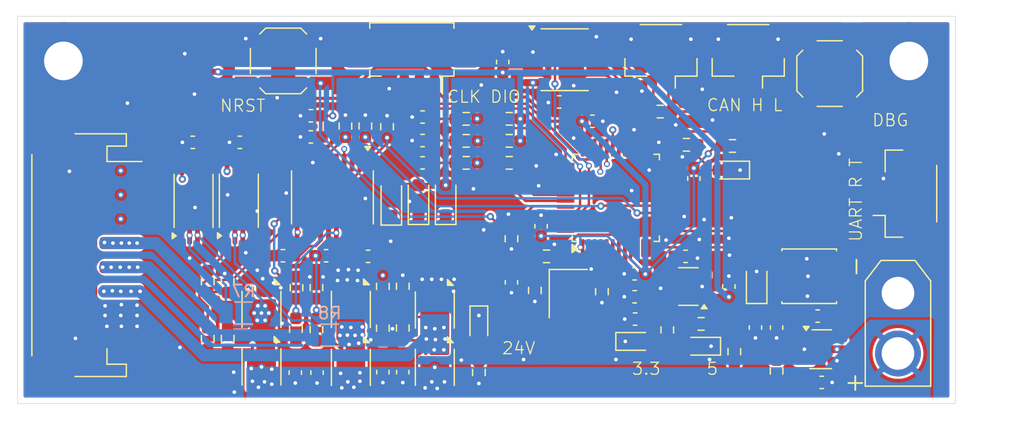
<source format=kicad_pcb>
(kicad_pcb (version 20240108) (generator "pcbnew") (generator_version "8.0")
  (layers (0 "F.Cu" mixed) (1 "In1.Cu" signal) (2 "In2.Cu" signal) (31 "B.Cu" signal) (34 "B.Paste" user) (35 "F.Paste" user) (36 "B.SilkS" user "B.Silkscreen") (37 "F.SilkS" user "F.Silkscreen") (38 "B.Mask" user) (39 "F.Mask" user) (44 "Edge.Cuts" user))
  (net 0 "")
  (net 1 "GND")
  (net 2 "+3.3V")
  (net 3 "Net-(U1-PB5)")
  (net 4 "Net-(U1-PB6)")
  (net 5 "Net-(U1-PB7)")
  (net 6 "+5V")
  (net 7 "NRST")
  (net 8 "+24V")
  (net 9 "RCC_OSC_IN+")
  (net 10 "Net-(D3-C)")
  (net 11 "/M0_OUT1_P")
  (net 12 "/M0_OUT2_P")
  (net 13 "Net-(D4-C)")
  (net 14 "Net-(D5-C)")
  (net 15 "/M0_OUT3")
  (net 16 "RCC_OSC_OUT-")
  (net 17 "Net-(RY8411-FB)")
  (net 18 "Net-(RY8411-BS)")
  (net 19 "Net-(D2-A)")
  (net 20 "Net-(D6-+)")
  (net 21 "Net-(D7-+)")
  (net 22 "Net-(D8-+)")
  (net 23 "SYS_JTCK_SWCLK")
  (net 24 "SYS_JTMS_SWDIO")
  (net 25 "CANL")
  (net 26 "CANH")
  (net 27 "M0_OUT1")
  (net 28 "M0_OUT2_N")
  (net 29 "HALL_A")
  (net 30 "HALL_B")
  (net 31 "HALL_C")
  (net 32 "Net-(U5-SPLIT)")
  (net 33 "Net-(Q1-G)")
  (net 34 "Net-(Q2-G)")
  (net 35 "Net-(Q5-G)")
  (net 36 "Net-(Q6-G)")
  (net 37 "Net-(Q9-G)")
  (net 38 "Net-(Q10-G)")
  (net 39 "/M0_GH2")
  (net 40 "/M0_GH1")
  (net 41 "/M0_GL1")
  (net 42 "/M0_GL2")
  (net 43 "/M0_GL3")
  (net 44 "LED_1")
  (net 45 "/M0_GH3")
  (net 46 "M0_IN3")
  (net 47 "M0_IN2")
  (net 48 "M0_IN1")
  (net 49 "Net-(U1-BOOT0)")
  (net 50 "DBG")
  (net 53 "USART2_RX")
  (net 57 "USART2_TX")
  (net 61 "CAN_TX")
  (net 71 "/M0_OUT2_CS")
  (net 73 "CAN_RX")
  (net 77 "Net-(U6-BP)")
  (net 78 "Net-(Y2-Pad2)")
  (net 79 "M0_OUT3_N")
  (net 80 "/M0_OUT3_P")
  (net 81 "/M0_OUT3_CS")
  (net 82 "SW")
  (footprint "Button_Switch_SMD:SW_SPST_SKQG_WithoutStem" (layer "F.Cu") (at 18.2 0 180)
    (property "Reference" "SW1" (hide yes))
    (property "Value" "SW_Push" (hide yes))
  )
  (footprint "Diode_SMD:D_SOD-323_HandSoldering" (layer "F.Cu") (at 29.4 11.55 90)
    (property "Reference" "D4" (hide yes))
    (property "Value" "1N5819WS" (hide yes))
  )
  (footprint "Crystal:Crystal_SMD_SeikoEpson_TSX3225-4Pin_3.2x2.5mm" (layer "F.Cu") (at 41.8 19.2875 -90)
    (property "Reference" "Y2" (hide yes))
    (property "Value" "16MHz" (hide yes))
  )
  (footprint "Resistor_SMD:R_0603_1608Metric_Pad0.98x0.95mm_HandSolder" (layer "F.Cu") (at 33.35 4.8 180)
    (property "Reference" "R3" (hide yes))
    (property "Value" "100Ω" (hide yes))
  )
  (footprint "Resistor_SMD:R_0603_1608Metric_Pad0.98x0.95mm_HandSolder" (layer "F.Cu") (at 11.95 23.0125 90)
    (property "Reference" "R20" (hide yes))
    (property "Value" "2.2Ω" (hide yes))
  )
  (footprint "Package_DFN_QFN:DFN-8-1EP_3x3mm_P0.5mm_EP1.65x2.38mm" (layer "F.Cu") (at 23.8 20.6 -90)
    (property "Reference" "Q6" (hide yes))
    (property "Value" "WSD4070DN" (hide yes))
  )
  (footprint "Resistor_SMD:R_0603_1608Metric_Pad0.98x0.95mm_HandSolder" (layer "F.Cu") (at 36.9125 6.625)
    (property "Reference" "R4" (hide yes))
    (property "Value" "4.7kΩ" (hide yes))
  )
  (footprint "Capacitor_SMD:C_0603_1608Metric_Pad1.08x0.95mm_HandSolder" (layer "F.Cu") (at 62.45 21.15 180)
    (property "Reference" "C38" (hide yes))
    (property "Value" "100nF" (hide yes))
  )
  (footprint "Resistor_SMD:R_0603_1608Metric_Pad0.98x0.95mm_HandSolder" (layer "F.Cu") (at 40 16.2 180)
    (property "Reference" "R32" (hide yes))
    (property "Value" "10K" (hide yes))
  )
  (footprint "Capacitor_SMD:C_0603_1608Metric_Pad1.08x0.95mm_HandSolder" (layer "F.Cu") (at 39.55 13.7 90)
    (property "Reference" "C12" (hide yes))
    (property "Value" "100nF" (hide yes))
  )
  (footprint "Capacitor_SMD:C_0603_1608Metric_Pad1.08x0.95mm_HandSolder" (layer "F.Cu") (at 28.1 25.8 90)
    (property "Reference" "C27" (hide yes))
    (property "Value" "10u" (hide yes))
  )
  (footprint "Package_DFN_QFN:DFN-8-1EP_3x3mm_P0.5mm_EP1.65x2.38mm" (layer "F.Cu") (at 16.4 25.3675 -90)
    (property "Reference" "Q9" (hide yes))
    (property "Value" "WSD4070DN" (hide yes))
  )
  (footprint "Package_DFN_QFN:DFN-8-1EP_3x3mm_P0.5mm_EP1.65x2.38mm" (layer "F.Cu") (at 30.75 25.4 -90)
    (property "Reference" "Q1" (hide yes))
    (property "Value" "WSD4070DN" (hide yes))
  )
  (footprint "Package_SO:SOP-8_3.9x4.9mm_P1.27mm" (layer "F.Cu") (at 41.5 -0.1)
    (property "Reference" "U5" (hide yes))
    (property "Value" "SIT1042T" (hide yes))
  )
  (footprint "Resistor_SMD:R_0603_1608Metric_Pad0.98x0.95mm_HandSolder" (layer "F.Cu") (at 59.05 25.7 90)
    (property "Reference" "R26" (hide yes))
    (property "Value" "47kΩ" (hide yes))
  )
  (footprint "Resistor_SMD:R_0603_1608Metric_Pad0.98x0.95mm_HandSolder" (layer "F.Cu") (at 44.5875 19.125 -90)
    (property "Reference" "C28" (hide yes))
    (property "Value" "20p" (hide yes))
  )
  (footprint "Capacitor_SMD:C_0603_1608Metric_Pad1.08x0.95mm_HandSolder" (layer "F.Cu") (at 21.75 16.15)
    (property "Reference" "C23" (hide yes))
    (property "Value" "100nF" (hide yes))
  )
  (footprint "Diode_SMD:D_SOD-323" (layer "F.Cu") (at 57.4 18.5 90)
    (property "Reference" "D1" (hide yes))
    (property "Value" "BZT52B20-G" (hide yes))
  )
  (footprint "Capacitor_SMD:C_0603_1608Metric_Pad1.08x0.95mm_HandSolder" (layer "F.Cu") (at 29.7375 8.45 180)
    (property "Reference" "C5" (hide yes))
    (property "Value" "0.01u" (hide yes))
  )
  (footprint "Capacitor_SMD:C_0603_1608Metric_Pad1.08x0.95mm_HandSolder" (layer "F.Cu") (at 51.5125 16.2 180)
    (property "Reference" "C19" (hide yes))
    (property "Value" "0.01u" (hide yes))
  )
  (footprint "Capacitor_SMD:C_0603_1608Metric_Pad1.08x0.95mm_HandSolder" (layer "F.Cu") (at 62.7875 26.65 180)
    (property "Reference" "C41" (hide yes))
    (property "Value" "22uF" (hide yes))
  )
  (footprint "Resistor_SMD:R_0603_1608Metric_Pad0.98x0.95mm_HandSolder" (layer "F.Cu") (at 39.0375 19.025 -90)
    (property "Reference" "C21" (hide yes))
    (property "Value" "20p" (hide yes))
  )
  (footprint "Resistor_SMD:R_0603_1608Metric_Pad0.98x0.95mm_HandSolder" (layer "F.Cu") (at 25 5.4 -90)
    (property "Reference" "R29" (hide yes))
    (property "Value" "10kΩ" (hide yes))
  )
  (footprint "Capacitor_SMD:C_0603_1608Metric_Pad1.08x0.95mm_HandSolder" (layer "F.Cu") (at 57.3 22.1 -90)
    (property "Reference" "C35" (hide yes))
    (property "Value" "22uF" (hide yes))
  )
  (footprint "Resistor_SMD:R_0603_1608Metric_Pad0.98x0.95mm_HandSolder" (layer "F.Cu") (at 11.95 18.3 90)
    (property "Reference" "R15" (hide yes))
    (property "Value" "2.2Ω" (hide yes))
  )
  (footprint "Resistor_SMD:R_0603_1608Metric_Pad0.98x0.95mm_HandSolder" (layer "F.Cu") (at 13.6 18.2875 -90)
    (property "Reference" "R23" (hide yes))
    (property "Value" "10kΩ" (hide yes))
  )
  (footprint "Resistor_SMD:R_0603_1608Metric_Pad0.98x0.95mm_HandSolder" (layer "F.Cu") (at 50 22.3 -90)
    (property "Reference" "R34" (hide yes))
    (property "Value" "1kΩ" (hide yes))
  )
  (footprint "Resistor_SMD:R_0603_1608Metric_Pad0.98x0.95mm_HandSolder" (layer "F.Cu") (at 33.35 6.625 180)
    (property "Reference" "R5" (hide yes))
    (property "Value" "100Ω" (hide yes))
  )
  (footprint "Resistor_SMD:R_0603_1608Metric_Pad0.98x0.95mm_HandSolder" (layer "F.Cu") (at 33.35 8.45 180)
    (property "Reference" "R9" (hide yes))
    (property "Value" "100Ω" (hide yes))
  )
  (footprint "Resistor_SMD:R_0603_1608Metric_Pad0.98x0.95mm_HandSolder" (layer "F.Cu") (at 55.55 24.1 90)
    (property "Reference" "R27" (hide yes))
    (property "Value" "249kΩ" (hide yes))
  )
  (footprint "Resistor_SMD:R_0603_1608Metric_Pad0.98x0.95mm_HandSolder" (layer "F.Cu") (at 37.1 14.7375 90)
    (property "Reference" "R31" (hide yes))
    (property "Value" "10K" (hide yes))
  )
  (footprint "Resistor_SMD:R_0603_1608Metric_Pad0.98x0.95mm_HandSolder" (layer "F.Cu") (at 26.45 22.15 90)
    (property "Reference" "R12" (hide yes))
    (property "Value" "2.2Ω" (hide yes))
  )
  (footprint "Connector_JST:JST_GH_SM03B-GHS-TB_1x03-1MP_P1.25mm_Horizontal" (layer "F.Cu") (at 69.75 11 90)
    (property "Reference" "USART1" (hide yes))
    (property "Value" "Conn_01x03" (hide yes))
  )
  (footprint "Capacitor_SMD:C_0603_1608Metric_Pad1.08x0.95mm_HandSolder" (layer "F.Cu") (at 18.175 16.15)
    (property "Reference" "C24" (hide yes))
    (property "Value" "100nF" (hide yes))
  )
  (footprint "Package_SO:TSSOP-8_4.4x3mm_P0.65mm" (layer "F.Cu") (at 10.775 11.6 90)
    (property "Reference" "U2" (hide yes))
    (property "Value" "INA240A2PWR" (hide yes))
  )
  (footprint "Resistor_SMD:R_0603_1608Metric_Pad0.98x0.95mm_HandSolder" (layer "F.Cu") (at 28.1 22.1375 -90)
    (property "Reference" "R16" (hide yes))
    (property "Value" "10kΩ" (hide yes))
  )
  (footprint "Capacitor_SMD:C_0603_1608Metric_Pad1.08x0.95mm_HandSolder" (layer "F.Cu") (at 29.7375 6.6 180)
    (property "Reference" "C4" (hide yes))
    (property "Value" "0.01u" (hide yes))
  )
  (footprint "Connector_Molex:Molex_PicoBlade_53261-0471_1x04-1MP_P1.25mm_Horizontal" (layer "F.Cu") (at 28.85 -0.45 180)
    (property "Reference" "J1" (hide yes))
    (property "Value" "Conn_01x04_Pin" (hide yes))
  )
  (footprint "Package_DFN_QFN:DFN-8-1EP_3x3mm_P0.5mm_EP1.65x2.38mm" (layer "F.Cu") (at 30.75 20.65 -90)
    (property "Reference" "Q2" (hide yes))
    (property "Value" "WSD4070DN" (hide yes))
  )
  (footprint "Resistor_SMD:R_0603_1608Metric_Pad0.98x0.95mm_HandSolder" (layer "F.Cu") (at 34.4 25.825 90)
    (property "Reference" "R10" (hide yes))
    (property "Value" "10k" (hide yes))
  )
  (footprint "Resistor_SMD:R_0603_1608Metric_Pad0.98x0.95mm_HandSolder" (layer "F.Cu") (at 26.45 18.6875 90)
    (property "Reference" "R13" (hide yes))
    (property "Value" "2.2Ω" (hide yes))
  )
  (footprint "Capacitor_SMD:C_0603_1608Metric_Pad1.08x0.95mm_HandSolder" (layer "F.Cu") (at 59.05 22.1 -90)
    (property "Reference" "C1" (hide yes))
    (property "Value" "22uF" (hide yes))
  )
  (footprint "Resistor_SMD:R_0603_1608Metric_Pad0.98x0.95mm_HandSolder" (layer "F.Cu") (at 51.5875 6.95 180)
    (property "Reference" "R19" (hide yes))
    (property "Value" "470Ω" (hide yes))
  )
  (footprint "Capacitor_SMD:C_0603_1608Metric_Pad1.08x0.95mm_HandSolder" (layer "F.Cu") (at 52.2 9.75 -90)
    (property "Reference" "C10" (hide yes))
    (property "Value" "100nF" (hide yes))
  )
  (footprint "Capacitor_SMD:C_0603_1608Metric_Pad1.08x0.95mm_HandSolder" (layer "F.Cu") (at 19.2 25.8375 90)
    (property "Reference" "C18" (hide yes))
    (property "Value" "10u" (hide yes))
  )
  (footprint "Package_TO_SOT_SMD:SOT-23-5" (layer "F.Cu") (at 51.75 18.7 180)
    (property "Reference" "U6" (hide yes))
    (property "Value" "XC6210B332MR" (hide yes))
  )
  (footprint "Resistor_SMD:R_0603_1608Metric_Pad0.98x0.95mm_HandSolder" (layer "F.Cu") (at 49.4125 4.2)
    (property "Reference" "R18" (hide yes))
    (property "Value" "120Ω" (hide yes))
  )
  (footprint "Resistor_SMD:R_0603_1608Metric_Pad0.98x0.95mm_HandSolder" (layer "F.Cu") (at 55.4 7.05 180)
    (property "Reference" "R35" (hide yes))
    (property "Value" "10K" (hide yes))
  )
  (footprint "Inductor_SMD:L_Changjiang_FNR4020S" (layer "F.Cu") (at 61.75 17.85)
    (property "Reference" "L2" (hide yes))
    (property "Value" "4.7uH" (hide yes))
  )
  (footprint "Capacitor_SMD:C_0603_1608Metric_Pad1.08x0.95mm_HandSolder" (layer "F.Cu") (at 43.8 5)
    (property "Reference" "C9" (hide yes))
    (property "Value" "100nF" (hide yes))
  )
  (footprint "Resistor_SMD:R_0603_1608Metric_Pad0.98x0.95mm_HandSolder" (layer "F.Cu") (at 19.3 18.8 90)
    (property "Reference" "R14" (hide yes))
    (property "Value" "2.2Ω" (hide yes))
  )
  (footprint "Resistor_SMD:R_0603_1608Metric_Pad0.98x0.95mm_HandSolder" (layer "F.Cu") (at 20.95 18.7875 -90)
    (property "Reference" "R21" (hide yes))
    (property "Value" "10kΩ" (hide yes))
  )
  (footprint "Connector_AMASS:AMASS_XT30U-M_1x02_P5.0mm_Vertical" (layer "F.Cu") (at 69.1 19.25 -90)
    (property "Reference" "J5" (hide yes))
    (property "Value" "Conn_01x02_Pin" (hide yes))
  )
  (footprint "Resistor_SMD:R_0603_1608Metric_Pad0.98x0.95mm_HandSolder" (layer "F.Cu") (at 20.95 22.275 -90)
    (property "Reference" "R22" (hide yes))
    (property "Value" "10kΩ" (hide yes))
  )
  (footprint "Resistor_SMD:R_0603_1608Metric_Pad0.98x0.95mm_HandSolder" (layer "F.Cu") (at 19.25 22.2375 90)
    (property "Reference" "R11" (hide yes))
    (property "Value" "2.2Ω" (hide yes))
  )
  (footprint "Capacitor_SMD:C_0603_1608Metric_Pad1.08x0.95mm_HandSolder" (layer "F.Cu") (at 55.1 18.7 -90)
    (property "Reference" "C6" (hide yes))
    (property "Value" "0.01u" (hide yes))
  )
  (footprint "LED_SMD:LED_0603_1608Metric_Pad1.05x0.95mm_HandSolder" (layer "F.Cu") (at 47.4 23.25)
    (property "Reference" "D8" (hide yes))
    (property "Value" "LED" (hide yes))
  )
  (footprint "Connector_JST:JST_GH_SM02B-GHS-TB_1x02-1MP_P1.25mm_Horizontal" (layer "F.Cu") (at 56.7 -0.45 180)
    (property "Reference" "J3" (hide yes))
    (property "Value" "Conn_01x02_MountingPin" (hide yes))
  )
  (footprint "Capacitor_SMD:C_0603_1608Metric_Pad1.08x0.95mm_HandSolder" (layer "F.Cu") (at 26.45 25.8 90)
    (property "Reference" "C25" (hide yes))
    (property "Value" "10u" (hide yes))
  )
  (footprint "Resistor_SMD:R_0603_1608Metric_Pad0.98x0.95mm_HandSolder" (layer "F.Cu") (at 52.8 21.8 180)
    (property "Reference" "R33" (hide yes))
    (property "Value" "1kΩ" (hide yes))
  )
  (footprint "Diode_SMD:D_SOD-323_HandSoldering" (layer "F.Cu") (at 27.15 11.6 90)
    (property "Reference" "D5" (hide yes))
    (property "Value" "1N5819WS" (hide yes))
  )
  (footprint "Diode_SMD:D_SOD-323_HandSoldering" (layer "F.Cu") (at 31.65 11.55 90)
    (property "Reference" "D3" (hide yes))
    (property "Value" "1N5819WS" (hide yes))
  )
  (footprint "MountingHole:MountingHole_3.2mm_M3_Pad" (layer "F.Cu") (at 70 0)
    (property "Reference" "H1" (hide yes))
    (property "Value" "MountingHole" (hide yes))
  )
  (footprint "Resistor_SMD:R_0603_1608Metric_Pad0.98x0.95mm_HandSolder" (layer "F.Cu") (at 36.9125 4.8)
    (property "Reference" "R2" (hide yes))
    (property "Value" "4.7kΩ" (hide yes))
  )
  (footprint "LED_SMD:LED_0603_1608Metric_Pad1.05x0.95mm_HandSolder" (layer "F.Cu") (at 52.75 23.65 180)
    (property "Reference" "D7" (hide yes))
    (property "Value" "LED" (hide yes))
  )
  (footprint "Package_DFN_QFN:DFN-8-1EP_3x3mm_P0.5mm_EP1.65x2.38mm" (layer "F.Cu") (at 16.4 20.6 -90)
    (property "Reference" "Q10" (hide yes))
    (property "Value" "WSD4070DN" (hide yes))
  )
  (footprint "MountingHole:MountingHole_3.2mm_M3_Pad" (layer "F.Cu") (at 0 0)
    (property "Reference" "H2" (hide yes))
    (property "Value" "MountingHole" (hide yes))
  )
  (footprint "Resistor_SMD:R_0603_1608Metric_Pad0.98x0.95mm_HandSolder" (layer "F.Cu") (at 26.8 5.45 -90)
    (property "Reference" "R30" (hide yes))
    (property "Value" "10kΩ" (hide yes))
  )
  (footprint "Resistor_SMD:R_0603_1608Metric_Pad0.98x0.95mm_HandSolder" (layer "F.Cu") (at 28.1 18.675 -90)
    (property "Reference" "R17" (hide yes))
    (property "Value" "10kΩ" (hide yes))
  )
  (footprint "Capacitor_SMD:C_0603_1608Metric_Pad1.08x0.95mm_HandSolder" (layer "F.Cu") (at 47.3 19.55 180)
    (property "Reference" "C11" (hide yes))
    (property "Value" "100nF" (hide yes))
  )
  (footprint "Button_Switch_SMD:SW_SPST_SKQG_WithoutStem" (layer "F.Cu") (at 63.45 1.05 -90)
    (property "Reference" "SW2" (hide yes))
    (property "Value" "SW_Push" (hide yes))
  )
  (footprint "LED_SMD:LED_0603_1608Metric_Pad1.05x0.95mm_HandSolder" (layer "F.Cu") (at 55.15 9.05 180)
    (property "Reference" "D2" (hide yes))
    (property "Value" "LED" (hide yes))
  )
  (footprint "Capacitor_SMD:C_0603_1608Metric_Pad1.08x0.95mm_HandSolder" (layer "F.Cu") (at 20.4875 6.3 180)
    (property "Reference" "C16" (hide yes))
    (property "Value" "1uF" (hide yes))
  )
  (footprint "Package_TO_SOT_SMD:SOT-23-6_Handsoldering" (layer "F.Cu") (at 62.7 23.9)
    (property "Reference" "RY8411" (hide yes))
    (property "Value" "~" (hide yes))
  )
  (footprint "Connector_JST:JST_PH_S8B-PH-SM4-TB_1x08-1MP_P2.00mm_Horizontal" (layer "F.Cu") (at 1.9 16.1 -90)
    (property "Reference" "J6" (hide yes))
    (property "Value" "Conn_01x08_Socket" (hide yes))
  )
  (footprint "Capacitor_SMD:C_0603_1608Metric_Pad1.08x0.95mm_HandSolder" (layer "F.Cu") (at 47.3375 21.4)
    (property "Reference" "C2" (hide yes))
    (property "Value" "1u" (hide yes))
  )
  (footprint "Capacitor_SMD:C_0603_1608Metric_Pad1.08x0.95mm_HandSolder" (layer "F.Cu") (at 14.6125 6.75 180)
    (property "Reference" "C13" (hide yes))
    (property "Value" "100nF" (hide yes))
  )
  (footprint "LED_SMD:LED_0603_1608Metric_Pad1.05x0.95mm_HandSolder" (layer "F.Cu") (at 34.4 21.975 -90)
    (property "Reference" "D6" (hide yes))
    (property "Value" "LED" (hide yes))
  )
  (footprint "Resistor_SMD:R_0603_1608Metric_Pad0.98x0.95mm_HandSolder" (layer "F.Cu") (at 36.9125 8.45)
    (property "Reference" "R6" (hide yes))
    (property "Value" "4.7kΩ" (hide yes))
  )
  (footprint "Resistor_SMD:R_0603_1608Metric_Pad0.98x0.95mm_HandSolder" (layer "F.Cu") (at 13.6 23 -90)
    (property "Reference" "R24" (hide yes))
    (property "Value" "10kΩ" (hide yes))
  )
  (footprint "Capacitor_SMD:C_0603_1608Metric_Pad1.08x0.95mm_HandSolder" (layer "F.Cu") (at 37.1 18.35 -90)
    (property "Reference" "C8" (hide yes))
    (property "Value" "100nF" (hide yes))
  )
  (footprint "Capacitor_SMD:C_0603_1608Metric_Pad1.08x0.95mm_HandSolder" (layer "F.Cu") (at 10.7125 6.75 180)
    (property "Reference" "C15" (hide yes))
    (property "Value" "100nF" (hide yes))
  )
  (footprint "Package_SO:TSSOP-8_4.4x3mm_P0.65mm" (layer "F.Cu") (at 14.525 11.5875 90)
    (property "Reference" "U3" (hide yes))
    (property "Value" "INA240A2PWR" (hide yes))
  )
  (footprint "Capacitor_SMD:C_0603_1608Metric_Pad1.08x0.95mm_HandSolder" (layer "F.Cu") (at 21 25.8375 90)
    (property "Reference" "C20" (hide yes))
    (property "Value" "10u" (hide yes))
  )
  (footprint "Capacitor_SMD:C_0603_1608Metric_Pad1.08x0.95mm_HandSolder" (layer "F.Cu") (at 20.4875 4.55 180)
    (property "Reference" "C17" (hide yes))
    (property "Value" "100nF" (hide yes))
  )
  (footprint "Package_QFP:LQFP-48_7x7mm_P0.5mm" (layer "F.Cu") (at 45.7375 11.35 90)
    (property "Reference" "U1" (hide yes))
    (property "Value" "STM32F103C8Tx" (hide yes))
  )
  (footprint "Package_DFN_QFN:DFN-8-1EP_3x3mm_P0.5mm_EP1.65x2.38mm" (layer "F.Cu") (at 23.8 25.4 -90)
    (property "Reference" "Q5" (hide yes))
    (property "Value" "WSD4070DN" (hide yes))
  )
  (footprint "Resistor_SMD:R_0603_1608Metric_Pad0.98x0.95mm_HandSolder" (layer "F.Cu") (at 23.35 5.4 -90)
    (property "Reference" "R28" (hide yes))
    (property "Value" "10kΩ" (hide yes))
  )
  (footprint "Capacitor_SMD:C_0603_1608Metric_Pad1.08x0.95mm_HandSolder" (layer "F.Cu") (at 41.05 3.4 180)
    (property "Reference" "C14" (hide yes))
    (property "Value" "100nF" (hide yes))
  )
  (footprint "Capacitor_SMD:C_0603_1608Metric_Pad1.08x0.95mm_HandSolder" (layer "F.Cu") (at 25.225 16.2)
    (property "Reference" "C22" (hide yes))
    (property "Value" "100nF" (hide yes))
  )
  (footprint "Package_SO:TSSOP-20-1EP_4.4x6.5mm_P0.65mm_EP2.15x3.35mm" (layer "F.Cu") (at 22.275 11.3125 -90)
    (property "Reference" "U8" (hide yes))
    (property "Value" "EG2133" (hide yes))
  )
  (footprint "Capacitor_SMD:C_0603_1608Metric_Pad1.08x0.95mm_HandSolder" (layer "F.Cu") (at 36.375 0.0925 -90)
    (property "Reference" "C26" (hide yes))
    (property "Value" "100nF" (hide yes))
  )
  (footprint "Capacitor_SMD:C_0603_1608Metric_Pad1.08x0.95mm_HandSolder" (layer "F.Cu") (at 29.7375 4.65)
    (property "Reference" "C3" (hide yes))
    (property "Value" "0.01u" (hide yes))
  )
  (footprint "Capacitor_SMD:C_0603_1608Metric_Pad1.08x0.95mm_HandSolder" (layer "F.Cu") (at 47.3 17.65 180)
    (property "Reference" "C7" (hide yes))
    (property "Value" "4.7uF" (hide yes))
  )
  (footprint "Connector_JST:JST_GH_SM02B-GHS-TB_1x02-1MP_P1.25mm_Horizontal" (layer "F.Cu") (at 49.475 -0.45 180)
    (property "Reference" "J4" (hide yes))
    (property "Value" "Conn_01x02_MountingPin" (hide yes))
  )
  (footprint "Resistor_SMD:R_1206_3216Metric" (layer "B.Cu") (at 22.05 22.73 180)
    (property "Reference" "R8")
    (property "Value" "0.01Ω")
  )
  (footprint "Resistor_SMD:R_1206_3216Metric" (layer "B.Cu") (at 14.925 20.9 180)
    (property "Reference" "R7")
    (property "Value" "0.01Ω")
  )
  (gr_rect (start -3.8 -3.7) (end 73.85 28.4) (stroke (width 0.05)) (fill none) (layer "Edge.Cuts"))
  (gr_text "24V" (at 36.25 24.4 0) (layer "F.SilkS") (effects (font (size 1 1) (thickness 0.1)) (justify left bottom)))
  (gr_text "UART R T" (at 66.2 15.05 90) (layer "F.SilkS") (effects (font (size 1 1) (thickness 0.1)) (justify left bottom)))
  (gr_text "CLK DIO" (at 31.7 3.55 0) (layer "F.SilkS") (effects (font (size 1 1) (thickness 0.1)) (justify left bottom)))
  (gr_text "DBG" (at 66.9 5.5 0) (layer "F.SilkS") (effects (font (size 1 1) (thickness 0.1)) (justify left bottom)))
  (gr_text "NRST" (at 12.9 4.3 0) (layer "F.SilkS") (effects (font (size 1 1) (thickness 0.1)) (justify left bottom)))
  (gr_text "CAN H L" (at 53.2 4.25 0) (layer "F.SilkS") (effects (font (size 1 1) (thickness 0.1)) (justify left bottom)))
  (gr_text "3.3     5" (at 47 26.1 0) (layer "F.SilkS") (effects (font (size 1 1) (thickness 0.1)) (justify left bottom)))
  (via (at 9.65 23.75) (size 0.6) (drill 0.3) (layers "F.Cu" "B.Cu") (net 1))
  (via (at 14.15 27.45) (size 0.6) (drill 0.3) (layers "F.Cu" "B.Cu") (net 1))
  (via (at 4.75 21.1) (size 0.6) (drill 0.3) (layers "F.Cu" "B.Cu") (net 1))
  (via (at 50.7 5.3) (size 0.6) (drill 0.3) (layers "F.Cu" "B.Cu") (net 1))
  (via (at 44.125 -2.005) (size 0.6) (drill 0.3) (layers "F.Cu" "B.Cu") (net 1))
  (via (at 25 4.4875) (size 0.6) (drill 0.3) (layers "F.Cu" "B.Cu") (net 1))
  (via (at 47.25 5.7) (size 0.6) (drill 0.3) (layers "F.Cu" "B.Cu") (net 1))
  (via (at 57.4 17.45) (size 0.5) (drill 0.3) (layers "F.Cu" "B.Cu") (net 1))
  (via (at 64.2 7.7) (size 0.6) (drill 0.3) (layers "F.Cu" "B.Cu") (net 1))
  (via (at 28.875 6.6) (size 0.6) (drill 0.3) (layers "F.Cu" "B.Cu") (net 1))
  (via (at 51.4 12.9) (size 0.6) (drill 0.3) (layers "F.Cu" "B.Cu") (net 1))
  (via (at 5.3 3.5) (size 0.6) (drill 0.3) (layers "F.Cu" "B.Cu") (net 1))
  (via (at 4.8 22) (size 0.6) (drill 0.3) (layers "F.Cu" "B.Cu") (net 1))
  (via (at 53.05 13.15) (size 0.6) (drill 0.3) (layers "F.Cu" "B.Cu") (net 1))
  (via (at 15.1 15.9) (size 0.6) (drill 0.3) (layers "F.Cu" "B.Cu") (net 1))
  (via (at 21.3 -1.85) (size 0.6) (drill 0.3) (layers "F.Cu" "B.Cu") (net 1))
  (via (at 45.75 24.75) (size 0.6) (drill 0.3) (layers "F.Cu" "B.Cu") (net 1))
  (via (at 25.446679 23.112816) (size 0.6) (drill 0.3) (layers "F.Cu" "B.Cu") (net 1))
  (via (at 53.75 4.9) (size 0.6) (drill 0.3) (layers "F.Cu" "B.Cu") (net 1))
  (via (at 32.95 24.8) (size 0.6) (drill 0.3) (layers "F.Cu" "B.Cu") (net 1))
  (via (at 4.8 20.2) (size 0.6) (drill 0.3) (layers "F.Cu" "B.Cu") (net 1))
  (via (at 17.4 18.4) (size 0.6) (drill 0.3) (layers "F.Cu" "B.Cu") (net 1))
  (via (at 18 18.8) (size 0.6) (drill 0.3) (layers "F.Cu" "B.Cu") (net 1))
  (via (at 52.8875 18.7) (size 0.6) (drill 0.3) (layers "F.Cu" "B.Cu") (net 1))
  (via (at 34.8 14) (size 0.6) (drill 0.3) (layers "F.Cu" "B.Cu") (net 1))
  (via (at 61.55 16.4) (size 0.6) (drill 0.3) (layers "F.Cu" "B.Cu") (net 1))
  (via (at 51.95 -1.8) (size 0.6) (drill 0.3) (layers "F.Cu" "B.Cu") (net 1))
  (via (at 34.4 21.1) (size 0.6) (drill 0.3) (layers "F.Cu" "B.Cu") (net 1))
  (via (at 39.0375 19.9375) (size 0.6) (drill 0.3) (layers "F.Cu" "B.Cu") (net 1))
  (via (at 49.45 18.85) (size 0.6) (drill 0.3) (layers "F.Cu" "B.Cu") (net 1))
  (via (at 47.05 10.75) (size 0.6) (drill 0.3) (layers "F.Cu" "B.Cu") (net 1))
  (via (at 39.35 10.35) (size 0.6) (drill 0.3) (layers "F.Cu" "B.Cu") (net 1))
  (via (at 10.9 12.15) (size 0.6) (drill 0.3) (layers "F.Cu" "B.Cu") (net 1))
  (via (at 46.475 21.4) (size 0.6) (drill 0.3) (layers "F.Cu" "B.Cu") (net 1))
  (via (at 47.9 2.5) (size 0.6) (drill 0.3) (layers "F.Cu" "B.Cu") (net 1))
  (via (at 20.65 8.425002) (size 0.5) (drill 0.3) (layers "F.Cu" "B.Cu") (net 1))
  (via (at 39.15 8.7) (size 0.6) (drill 0.3) (layers "F.Cu" "B.Cu") (net 1))
  (via (at 22.7 18.2) (size 0.6) (drill 0.3) (layers "F.Cu" "B.Cu") (net 1))
  (via (at 18.1 21.75) (size 0.6) (drill 0.3) (layers "F.Cu" "B.Cu") (net 1))
  (via (at 23.5 18.15) (size 0.6) (drill 0.3) (layers "F.Cu" "B.Cu") (net 1))
  (via (at 23.6 17.3) (size 0.6) (drill 0.3) (layers "F.Cu" "B.Cu") (net 1))
  (via (at 25 11.4) (size 0.6) (drill 0.3) (layers "F.Cu" "B.Cu") (net 1))
  (via (at 33.95 10.6) (size 0.6) (drill 0.3) (layers "F.Cu" "B.Cu") (net 1))
  (via (at 1 23) (size 0.6) (drill 0.3) (layers "F.Cu" "B.Cu") (net 1))
  (via (at 55.15 16.1) (size 0.6) (drill 0.3) (layers "F.Cu" "B.Cu") (net 1))
  (via (at 37.1 15.5875) (size 0.6) (drill 0.3) (layers "F.Cu" "B.Cu") (net 1))
  (via (at 59.175 -1.8) (size 0.6) (drill 0.3) (layers "F.Cu" "B.Cu") (net 1))
  (via (at 19.625 4.55) (size 0.6) (drill 0.3) (layers "F.Cu" "B.Cu") (net 1))
  (via (at 61.6 19.5) (size 0.6) (drill 0.3) (layers "F.Cu" "B.Cu") (net 1))
  (via (at 20.4 17.9) (size 0.5) (drill 0.3) (layers "F.Cu" "B.Cu") (net 1))
  (via (at 28.1 17.7625) (size 0.6) (drill 0.3) (layers "F.Cu" "B.Cu") (net 1))
  (via (at 45.8 2.6) (size 0.6) (drill 0.3) (layers "F.Cu" "B.Cu") (net 1))
  (via (at 13.35288 17.62212) (size 0.6) (drill 0.3) (layers "F.Cu" "B.Cu") (net 1))
  (via (at 61.65 17.85) (size 0.6) (drill 0.3) (layers "F.Cu" "B.Cu") (net 1))
  (via (at 44.6625 5) (size 0.6) (drill 0.3) (layers "F.Cu" "B.Cu") (net 1))
  (via (at 18.45 10.95) (size 0.6) (drill 0.3) (layers "F.Cu" "B.Cu") (net 1))
  (via (at 13.75 6.75) (size 0.6) (drill 0.3) (layers "F.Cu" "B.Cu") (net 1))
  (via (at 26.8 4.5375) (size 0.6) (drill 0.3) (layers "F.Cu" "B.Cu") (net 1))
  (via (at 21.5 17.9) (size 0.5) (drill 0.3) (layers "F.Cu" "B.Cu") (net 1))
  (via (at 47 -1.8) (size 0.6) (drill 0.3) (layers "F.Cu" "B.Cu") (net 1))
  (via (at 55.3 13) (size 0.6) (drill 0.3) (layers "F.Cu" "B.Cu") (net 1))
  (via (at 49.9 14.85) (size 0.6) (drill 0.3) (layers "F.Cu" "B.Cu") (net 1))
  (via (at 27.25 22.2) (size 0.6) (drill 0.3) (layers "F.Cu" "B.Cu") (net 1))
  (via (at 52.65 14.8) (size 0.6) (drill 0.3) (layers "F.Cu" "B.Cu") (net 1))
  (via (at 32.3 19.1) (size 0.6) (drill 0.3) (layers "F.Cu" "B.Cu") (net 1))
  (via (at 67.9 9.75) (size 0.6) (drill 0.3) (layers "F.Cu" "B.Cu") (net 1))
  (via (at 59.05 22.9625) (size 0.6) (drill 0.3) (layers "F.Cu" "B.Cu") (net 1))
  (via (at 17.7 3.05) (size 0.6) (drill 0.3) (layers "F.Cu" "B.Cu") (net 1))
  (via (at 9.85 6.75) (size 0.6) (drill 0.3) (layers "F.Cu" "B.Cu") (net 1))
  (via (at 61.35 23.9) (size 0.6) (drill 0.3) (layers "F.Cu" "B.Cu") (net 1))
  (via (at 36.85 12.7) (size 0.6) (drill 0.3) (layers "F.Cu" "B.Cu") (net 1))
  (via (at 6.1 22) (size 0.6) (drill 0.3) (layers "F.Cu" "B.Cu") (net 1))
  (via (at 22.75 17.35) (size 0.6) (drill 0.3) (layers "F.Cu" "B.Cu") (net 1))
  (via (at 46.525 23.25) (size 0.6) (drill 0.3) (layers "F.Cu" "B.Cu") (net 1))
  (via (at 31.3 18.1) (size 0.6) (drill 0.3) (layers "F.Cu" "B.Cu") (net 1))
  (via (at 42.25 6.4) (size 0.6) (drill 0.3) (layers "F.Cu" "B.Cu") (net 1))
  (via (at 52.5 16.35) (size 0.6) (drill 0.3) (layers "F.Cu" "B.Cu") (net 1))
  (via (at 40.15 3.45) (size 0.6) (drill 0.3) (layers "F.Cu" "B.Cu") (net 1))
  (via (at 57.3 22.9625) (size 0.6) (drill 0.3) (layers "F.Cu" "B.Cu") (net 1))
  (via (at 37.100001 19.212502) (size 0.6) (drill 0.3) (layers "F.Cu" "B.Cu") (net 1))
  (via (at 13.6 11.1) (size 0.6) (drill 0.3) (layers "F.Cu" "B.Cu") (net 1))
  (via (at 52.9 2.35) (size 0.6) (drill 0.3) (layers "F.Cu" "B.Cu") (net 1))
  (via (at 39.55 12.787498) (size 0.6) (drill 0.3) (layers "F.Cu" "B.Cu") (net 1))
  (via (at 63 6.05) (size 0.6) (drill 0.3) (layers "F.Cu" "B.Cu") (net 1))
  (via (at 40.65 15.2) (size 0.6) (drill 0.3) (layers "F.Cu" "B.Cu") (net 1))
  (via (at 23.35 4.4875) (size 0.6) (drill 0.3) (layers "F.Cu" "B.Cu") (net 1))
  (via (at 53.625 23.65) (size 0.6) (drill 0.3) (layers "F.Cu" "B.Cu") (net 1))
  (via (at 3.45 21.1) (size 0.6) (drill 0.3) (layers "F.Cu" "B.Cu") (net 1))
  (via (at 51.25 7.95) (size 0.6) (drill 0.3) (layers "F.Cu" "B.Cu") (net 1))
  (via (at 28.65 11.65) (size 0.6) (drill 0.3) (layers "F.Cu" "B.Cu") (net 1))
  (via (at 38.1 24.75) (size 0.6) (drill 0.3) (layers "F.Cu" "B.Cu") (net 1))
  (via (at 24.35 18.2) (size 0.6) (drill 0.3) (layers "F.Cu" "B.Cu") (net 1))
  (via (at 3.45 20.3) (size 0.6) (drill 0.3) (layers "F.Cu" "B.Cu") (net 1))
  (via (at 16.05 12.45) (size 0.6) (drill 0.3) (layers "F.Cu" "B.Cu") (net 1))
  (via (at 6.1 21.1) (size 0.6) (drill 0.3) (layers "F.Cu" "B.Cu") (net 1))
  (via (at 24.4 17.35) (size 0.6) (drill 0.3) (layers "F.Cu" "B.Cu") (net 1))
  (via (at 15.1 -1.85) (size 0.6) (drill 0.3) (layers "F.Cu" "B.Cu") (net 1))
  (via (at 56.024999 9.049998) (size 0.6) (drill 0.3) (layers "F.Cu" "B.Cu") (net 1))
  (via (at 10.85 2.75) (size 0.6) (drill 0.3) (layers "F.Cu" "B.Cu") (net 1))
  (via (at 48.5 9.05) (size 0.6) (drill 0.3) (layers "F.Cu" "B.Cu") (net 1))
  (via (at 19.625 6.3) (size 0.6) (drill 0.3) (layers "F.Cu" "B.Cu") (net 1))
  (via (at 0.5 9.15) (size 0.6) (drill 0.3) (layers "F.Cu" "B.Cu") (net 1))
  (via (at 16.5 18.05) (size 0.6) (drill 0.3) (layers "F.Cu" "B.Cu") (net 1))
  (via (at 55.1 14.7) (size 0.6) (drill 0.3) (layers "F.Cu" "B.Cu") (net 1))
  (via (at 44.5875 20.0375) (size 0.6) (drill 0.3) (layers "F.Cu" "B.Cu") (net 1))
  (via (at 10.45 16.35) (size 0.6) (drill 0.3) (layers "F.Cu" "B.Cu") (net 1))
  (via (at 36.375 -0.77) (size 0.6) (drill 0.3) (layers "F.Cu" "B.Cu") (net 1))
  (via (at 34.6 2) (size 0.6) (drill 0.3) (layers "F.Cu" "B.Cu") (net 1))
  (via (at 38.875 -0.735) (size 0.6) (drill 0.3) (layers "F.Cu" "B.Cu") (net 1))
  (via (at 55.1 17.8375) (size 0.6) (drill 0.3) (layers "F.Cu" "B.Cu") (net 1))
  (via (at 26.975 2.3) (size 0.6) (drill 0.3) (layers "F.Cu" "B.Cu") (net 1))
  (via (at 10.05 -0.6) (size 0.6) (drill 0.3) (layers "F.Cu" "B.Cu") (net 1))
  (via (at 29.7 18.1) (size 0.6) (drill 0.3) (layers "F.Cu" "B.Cu") (net 1))
  (via (at 53.5 24.75) (size 0.6) (drill 0.3) (layers "F.Cu" "B.Cu") (net 1))
  (via (at 3.6 22) (size 0.6) (drill 0.3) (layers "F.Cu" "B.Cu") (net 1))
  (via (at 16.05 17.35) (size 0.6) (drill 0.3) (layers "F.Cu" "B.Cu") (net 1))
  (via (at 14.1 25.8) (size 0.6) (drill 0.3) (layers "F.Cu" "B.Cu") (net 1))
  (via (at 54.225 -1.8) (size 0.6) (drill 0.3) (layers "F.Cu" "B.Cu") (net 1))
  (via (at 46.4375 19.55) (size 0.6) (drill 0.3) (layers "F.Cu" "B.Cu") (net 1))
  (via (at 40.8 7.75) (size 0.6) (drill 0.3) (layers "F.Cu" "B.Cu") (net 1))
  (via (at 43.7 17.25) (size 0.6) (drill 0.3) (layers "F.Cu" "B.Cu") (net 1))
  (via (at 28.875 4.649998) (size 0.6) (drill 0.3) (layers "F.Cu" "B.Cu") (net 1))
  (via (at 30.5 18.1) (size 0.6) (drill 0.3) (layers "F.Cu" "B.Cu") (net 1))
  (via (at 49.3 6.75) (size 0.6) (drill 0.3) (layers "F.Cu" "B.Cu") (net 1))
  (via (at 27.1 14.95) (size 0.6) (drill 0.3) (layers "F.Cu" "B.Cu") (net 1))
  (via (at 6.1 20.25) (size 0.6) (drill 0.3) (layers "F.Cu" "B.Cu") (net 1))
  (via (at 46.4375 17.65) (size 0.6) (drill 0.3) (layers "F.Cu" "B.Cu") (net 1))
  (via (at 32.35 18.1) (size 0.6) (drill 0.3) (layers "F.Cu" "B.Cu") (net 1))
  (via (at 42.25 2.05) (size 0.6) (drill 0.3) (layers "F.Cu" "B.Cu") (net 1))
  (segment (start 15.475 6.75) (end 14.475 5.75) (width 0.254) (layer "F.Cu") (net 2))
  (segment (start 48.2 17.6875) (end 48.1625 17.65) (width 0.2) (layer "F.Cu") (net 2))
  (segment (start 38.35 3) (end 40.35 5) (width 0.254) (layer "F.Cu") (net 2))
  (segment (start 48.2 17.6875) (end 48.18125 17.66875) (width 0.5) (layer "F.Cu") (net 2))
  (segment (start 30.725 1.5) (end 30.725 2.3) (width 0.254) (layer "F.Cu") (net 2))
  (segment (start 30.725 2.3) (end 31.425 3) (width 0.254) (layer "F.Cu") (net 2))
  (segment (start 11.1 8.7375) (end 11.75 8.7375) (width 0.2) (layer "F.Cu") (net 2))
  (segment (start 42.9375 7.1375) (end 42.9875 7.1875) (width 0.2) (layer "F.Cu") (net 2))
  (segment (start 48.2125 21.3875) (end 48.2 21.4) (width 0.5) (layer "F.Cu") (net 2))
  (segment (start 50.6125 19.65) (end 50.6125 20.775) (width 0.5) (layer "F.Cu") (net 2))
  (segment (start 12.575 5.75) (end 11.575 6.75) (width 0.254) (layer "F.Cu") (net 2))
  (segment (start 19.125 3.1) (end 23.25 3.1) (width 0.254) (layer "F.Cu") (net 2))
  (segment (start 11.575 8.5625) (end 11.75 8.7375) (width 0.254) (layer "F.Cu") (net 2))
  (segment (start 50 21.3875) (end 48.2125 21.3875) (width 0.5) (layer "F.Cu") (net 2))
  (segment (start 15.475 6.75) (end 15.475 8.7) (width 0.254) (layer "F.Cu") (net 2))
  (segment (start 49.9 8.6) (end 51.912514 8.6) (width 0.2) (layer "F.Cu") (net 2))
  (segment (start 15.475 6.75) (end 19.125 3.1) (width 0.254) (layer "F.Cu") (net 2))
  (segment (start 54.4875 7.05) (end 54 7.05) (width 0.2) (layer "F.Cu") (net 2))
  (segment (start 46.9875 16.475) (end 46.9875 15.5125) (width 0.2) (layer "F.Cu") (net 2))
  (segment (start 25.8 0.55) (end 29.9 0.55) (width 0.254) (layer "F.Cu") (net 2))
  (segment (start 39.962514 14.1) (end 41.575 14.1) (width 0.2) (layer "F.Cu") (net 2))
  (segment (start 53.393754 7.656246) (end 53.393754 7.69376) (width 0.2) (layer "F.Cu") (net 2))
  (segment (start 39.55 14.512514) (end 39.962514 14.1) (width 0.2) (layer "F.Cu") (net 2))
  (segment (start 54 7.05) (end 53.393754 7.656246) (width 0.2) (layer "F.Cu") (net 2))
  (segment (start 29.9 0.55) (end 30.725 1.375) (width 0.254) (layer "F.Cu") (net 2))
  (segment (start 30.725 1.375) (end 30.725 1.95) (width 0.254) (layer "F.Cu") (net 2))
  (segment (start 51.912514 8.6) (end 52.200014 8.8875) (width 0.2) (layer "F.Cu") (net 2))
  (segment (start 40.35 5) (end 42.9375 5) (width 0.254) (layer "F.Cu") (net 2))
  (segment (start 42.9375 5) (end 42.9375 7.1375) (width 0.2) (layer "F.Cu") (net 2))
  (segment (start 23.25 3.1) (end 25.8 0.55) (width 0.254) (layer "F.Cu") (net 2))
  (segment (start 14.85 8.725) (end 15.5 8.725) (width 0.2) (layer "F.Cu") (net 2))
  (segment (start 31.425 3) (end 38.35 3) (width 0.254) (layer "F.Cu") (net 2))
  (segment (start 39.55 15.7375) (end 39.0875 16.2) (width 0.2) (layer "F.Cu") (net 2))
  (segment (start 48.2 21.4) (end 48.2 17.6875) (width 0.5) (layer "F.Cu") (net 2))
  (segment (start 14.475 5.75) (end 12.575 5.75) (width 0.254) (layer "F.Cu") (net 2))
  (segment (start 48.18125 17.66875) (end 48.1625 17.65) (width 0.2) (layer "F.Cu") (net 2))
  (segment (start 48.1625 17.65) (end 46.9875 16.475) (width 0.2) (layer "F.Cu") (net 2))
  (segment (start 15.475 8.7) (end 15.5 8.725) (width 0.254) (layer "F.Cu") (net 2))
  (segment (start 39.55 14.512514) (end 39.55 15.7375) (width 0.2) (layer "F.Cu") (net 2))
  (segment (start 11.575 6.75) (end 11.575 8.5625) (width 0.254) (layer "F.Cu") (net 2))
  (segment (start 50.6125 20.775) (end 50 21.3875) (width 0.5) (layer "F.Cu") (net 2))
  (via (at 52.200014 8.8875) (size 0.6) (drill 0.3) (layers "F.Cu" "B.Cu") (net 2))
  (via (at 48.18125 17.66875) (size 0.6) (drill 0.3) (layers "F.Cu" "B.Cu") (net 2))
  (via (at 39.55 14.512514) (size 0.6) (drill 0.3) (layers "F.Cu" "B.Cu") (net 2))
  (via (at 42.8 15.45) (size 0.5) (drill 0.3) (layers "F.Cu" "B.Cu") (net 2))
  (via (at 53.393754 7.69376) (size 0.6) (drill 0.3) (layers "F.Cu" "B.Cu") (net 2))
  (via (at 42.9375 5) (size 0.6) (drill 0.3) (layers "F.Cu" "B.Cu") (net 2))
  (segment (start 48.18125 17.66875) (end 48.18125 10.24375) (width 0.5) (layer "B.Cu") (net 2))
  (segment (start 52.200014 8.8875) (end 53.393754 7.69376) (width 0.2) (layer "B.Cu") (net 2))
  (segment (start 42.8 14.512484) (end 39.55003 14.512484) (width 0.2) (layer "B.Cu") (net 2))
  (segment (start 48.18125 10.24375) (end 42.9375 5) (width 0.5) (layer "B.Cu") (net 2))
  (segment (start 45.024984 14.512484) (end 42.8 14.512484) (width 0.2) (layer "B.Cu") (net 2))
  (segment (start 52.2 8.887514) (end 52.200014 8.8875) (width 0.2) (layer "B.Cu") (net 2))
  (segment (start 39.55003 14.512484) (end 39.55 14.512514) (width 0.2) (layer "B.Cu") (net 2))
  (segment (start 42.8 15.45) (end 42.8 14.512484) (width 0.2) (layer "B.Cu") (net 2))
  (segment (start 52.2 13.65) (end 52.2 8.887514) (width 0.2) (layer "B.Cu") (net 2))
  (segment (start 48.18125 17.66875) (end 52.2 13.65) (width 0.2) (layer "B.Cu") (net 2))
  (segment (start 48.18125 17.66875) (end 45.024984 14.512484) (width 0.2) (layer "B.Cu") (net 2))
  (segment (start 40.25 7.25) (end 40.25 10.3) (width 0.2) (layer "F.Cu") (net 3))
  (segment (start 40.25 10.3) (end 40.55 10.6) (width 0.2) (layer "F.Cu") (net 3))
  (segment (start 40.55 10.6) (end 41.575 10.6) (width 0.2) (layer "F.Cu") (net 3))
  (segment (start 38.525 5.575) (end 38.55 5.55) (width 0.2) (layer "F.Cu") (net 3))
  (segment (start 32.4375 4.8) (end 33.2125 5.575) (width 0.2) (layer "F.Cu") (net 3))
  (segment (start 33.2125 5.575) (end 38.525 5.575) (width 0.2) (layer "F.Cu") (net 3))
  (segment (start 30.6 4.8) (end 32.4375 4.8) (width 0.2) (layer "F.Cu") (net 3))
  (segment (start 38.55 5.55) (end 40.25 7.25) (width 0.2) (layer "F.Cu") (net 3))
  (segment (start 30.6 6.6) (end 32.4125 6.6) (width 0.2) (layer "F.Cu") (net 4))
  (segment (start 38.940381 11.1) (end 41.575 11.1) (width 0.2) (layer "F.Cu") (net 4))
  (segment (start 32.4125 6.6) (end 32.4375 6.625) (width 0.2) (layer "F.Cu") (net 4))
  (segment (start 37 8.195778) (end 37 9.159619) (width 0.2) (layer "F.Cu") (net 4))
  (segment (start 36.479222 7.675) (end 37 8.195778) (width 0.2) (layer "F.Cu") (net 4))
  (segment (start 32.4375 6.625) (end 33.4875 7.675) (width 0.2) (layer "F.Cu") (net 4))
  (segment (start 33.4875 7.675) (end 36.479222 7.675) (width 0.2) (layer "F.Cu") (net 4))
  (segment (start 37 9.159619) (end 38.940381 11.1) (width 0.2) (layer "F.Cu") (net 4))
  (segment (start 38.25 11.6) (end 41.575 11.6) (width 0.2) (layer "F.Cu") (net 5))
  (segment (start 33.1875 9.2) (end 35.85 9.2) (width 0.2) (layer "F.Cu") (net 5))
  (segment (start 35.85 9.2) (end 38.25 11.6) (width 0.2) (layer "F.Cu") (net 5))
  (segment (start 30.6 8.45) (end 32.4375 8.45) (width 0.2) (layer "F.Cu") (net 5))
  (segment (start 32.4375 8.45) (end 33.1875 9.2) (width 0.2) (layer "F.Cu") (net 5))
  (segment (start 21.35 6.3) (end 21.35 4.55) (width 0.2) (layer "F.Cu") (net 6))
  (segment (start 4.75 23.1) (end 3 23.1) (width 0.5) (layer "F.Cu") (net 6))
  (segment (start 57.3 21.2375) (end 55.55 22.9875) (width 0.2) (layer "F.Cu") (net 6))
  (segment (start 51.85 19.1) (end 52.4 19.65) (width 0.2) (layer "F.Cu") (net 6))
  (segment (start 3 23.1) (end 1.8 21.9) (width 0.5) (layer "F.Cu") (net 6))
  (segment (start 21.3 8.425) (end 21.3 6.35) (width 0.2) (layer "F.Cu") (net 6))
  (segment (start 53.7125 21.8) (end 53.7125 20.475) (width 0.2) (layer "F.Cu") (net 6))
  (segment (start 36.795 0.535) (end 36.375 0.955) (width 0.2) (layer "F.Cu") (net 6))
  (segment (start 21.3 6.35) (end 21.35 6.3) (width 0.2) (layer "F.Cu") (net 6))
  (segment (start 31.6 10.35) (end 31.65 10.3) (width 0.5) (layer "F.Cu") (net 6))
  (segment (start 38.875 0.535) (end 36.795 0.535) (width 0.2) (layer "F.Cu") (net 6))
  (segment (start 27.15 10.35) (end 31.6 10.35) (width 0.5) (layer "F.Cu") (net 6))
  (segment (start 53.7125 20.475) (end 52.8875 19.65) (width 0.2) (layer "F.Cu") (net 6))
  (segment (start 52.225001 17.75) (end 51.85 18.125001) (width 0.2) (layer "F.Cu") (net 6))
  (segment (start 52.4 19.65) (end 52.8875 19.65) (width 0.2) (layer "F.Cu") (net 6))
  (segment (start 37.825 8.45) (end 37.825 6.625) (width 0.5) (layer "F.Cu") (net 6))
  (segment (start 22.3 4.55) (end 21.35 4.55) (width 0.2) (layer "F.Cu") (net 6))
  (segment (start 1.8 9.3) (end 10.2 0.9) (width 0.5) (layer "F.Cu") (net 6))
  (segment (start 55.55 23.1875) (end 55.4625 23.1875) (width 0.2) (layer "F.Cu") (net 6))
  (segment (start 10.2 0.9) (end 12.8 0.9) (width 0.5) (layer "F.Cu") (net 6))
  (segment (start 51.85 18.125001) (end 51.85 19.1) (width 0.2) (layer "F.Cu") (net 6))
  (segment (start 52.8875 17.75) (end 52.225001 17.75) (width 0.2) (layer "F.Cu") (net 6))
  (segment (start 1.8 21.9) (end 1.8 9.3) (width 0.5) (layer "F.Cu") (net 6))
  (segment (start 55.55 22.9875) (end 55.55 23.1875) (width 0.2) (layer "F.Cu") (net 6))
  (via (at 37.825 6.625) (size 0.6) (drill 0.3) (layers "F.Cu" "B.Cu") (net 6))
  (via (at 36.375 0.955) (size 0.6) (drill 0.3) (layers "F.Cu" "B.Cu") (net 6))
  (via (at 37.825 4.8) (size 0.6) (drill 0.3) (layers "F.Cu" "B.Cu") (net 6))
  (via (at 31.65 10.3) (size 0.6) (drill 0.3) (layers "F.Cu" "B.Cu") (net 6))
  (via (at 55.1 19.5625) (size 0.6) (drill 0.3) (layers "F.Cu" "B.Cu") (net 6))
  (via (at 12.8 0.9) (size 0.6) (drill 0.3) (layers "F.Cu" "B.Cu") (net 6))
  (via (at 22.3 4.55) (size 0.6) (drill 0.3) (layers "F.Cu" "B.Cu") (net 6))
  (segment (start 31.65 0.955) (end 36.375 0.955) (width 0.5) (layer "B.Cu") (net 6))
  (segment (start 12.855 0.955) (end 21.95 0.955) (width 0.5) (layer "B.Cu") (net 6))
  (segment (start 54.143754 7.383099) (end 47.710655 0.95) (width 0.5) (layer "B.Cu") (net 6))
  (segment (start 54.143754 18.793754) (end 54.143754 7.383099) (width 0.5) (layer "B.Cu") (net 6))
  (segment (start 37.825 0.98) (end 37.85 0.955) (width 0.5) (layer "B.Cu") (net 6))
  (segment (start 46.545 0.955) (end 37.85 0.955) (width 0.5) (layer "B.Cu") (net 6))
  (segment (start 46.55 0.95) (end 46.545 0.955) (width 0.5) (layer "B.Cu") (net 6))
  (segment (start 22.75 0.955) (end 31.65 0.955) (width 0.5) (layer "B.Cu") (net 6))
  (segment (start 12.8 0.9) (end 12.855 0.955) (width 0.5) (layer "B.Cu") (net 6))
  (segment (start 54.9125 19.5625) (end 54.143754 18.793754) (width 0.5) (layer "B.Cu") (net 6))
  (segment (start 55.1 19.5625) (end 54.9125 19.5625) (width 0.5) (layer "B.Cu") (net 6))
  (segment (start 22.3 4.55) (end 22.3 0.955) (width 0.2) (layer "B.Cu") (net 6))
  (segment (start 31.65 10.3) (end 31.65 0.955) (width 0.5) (layer "B.Cu") (net 6))
  (segment (start 37.825 4.8) (end 37.825 0.98) (width 0.5) (layer "B.Cu") (net 6))
  (segment (start 47.710655 0.95) (end 46.55 0.95) (width 0.5) (layer "B.Cu") (net 6))
  (segment (start 21.95 0.955) (end 22.3 0.955) (width 0.5) (layer "B.Cu") (net 6))
  (segment (start 22.3 0.955) (end 22.75 0.955) (width 0.5) (layer "B.Cu") (net 6))
  (segment (start 37.85 0.955) (end 36.375 0.955) (width 0.5) (layer "B.Cu") (net 6))
  (segment (start 37.825 4.8) (end 37.825 6.625) (width 0.5) (layer "B.Cu") (net 6))
  (segment (start 35.9 13.7) (end 35.9 13.45) (width 0.2) (layer "F.Cu") (net 7))
  (segment (start 42.625 14.4) (end 45.7 14.4) (width 0.2) (layer "F.Cu") (net 7))
  (segment (start 35.9 13.45) (end 35.35 12.9) (width 0.2) (layer "F.Cu") (net 7))
  (segment (start 37.1 17.4875) (end 37.2625 17.325) (width 0.2) (layer "F.Cu") (net 7))
  (segment (start 40.9125 16.1125) (end 42.625 14.4) (width 0.2) (layer "F.Cu") (net 7))
  (segment (start 37.1 17.4875) (end 35.9 16.2875) (width 0.2) (layer "F.Cu") (net 7))
  (segment (start 37.2625 17.325) (end 39.7875 17.325) (width 0.2) (layer "F.Cu") (net 7))
  (segment (start 15.1 1.85) (end 21.3 1.85) (width 0.2) (layer "F.Cu") (net 7))
  (segment (start 39.7875 17.325) (end 40.9125 16.2) (width 0.2) (layer "F.Cu") (net 7))
  (segment (start 40.9 16.2) (end 40.9125 16.2) (width 0.2) (layer "F.Cu") (net 7))
  (segment (start 45.9875 14.6875) (end 45.9875 15.5125) (width 0.2) (layer "F.Cu") (net 7))
  (segment (start 35.9 16.2875) (end 35.9 13.7) (width 0.2) (layer "F.Cu") (net 7))
  (segment (start 45.7 14.4) (end 45.9875 14.6875) (width 0.2) (layer "F.Cu") (net 7))
  (segment (start 40.9125 16.2) (end 40.9125 16.1125) (width 0.2) (layer "F.Cu") (net 7))
  (via (at 35.35 12.9) (size 0.6) (drill 0.3) (layers "F.Cu" "B.Cu") (net 7))
  (via (at 21.3 1.85) (size 0.6) (drill 0.3) (layers "F.Cu" "B.Cu") (net 7))
  (segment (start 21.25 1.9) (end 21.3 1.85) (width 0.2) (layer "B.Cu") (net 7))
  (segment (start 35.35 12.9) (end 28.05 12.9) (width 0.2) (layer "B.Cu") (net 7))
  (segment (start 28.05 12.9) (end 21.25 6.1) (width 0.2) (layer "B.Cu") (net 7))
  (segment (start 21.25 6.1) (end 21.25 1.9) (width 0.2) (layer "B.Cu") (net 7))
  (via (at 26.45 26.6625) (size 0.6) (drill 0.3) (layers "F.Cu" "B.Cu") (net 8))
  (via (at 16.65 26.6) (size 0.5) (drill 0.3) (layers "F.Cu" "B.Cu") (net 8))
  (via (at 30.5 26.6) (size 0.5) (drill 0.3) (layers "F.Cu" "B.Cu") (net 8))
  (via (at 15.55 25.5) (size 0.6) (drill 0.3) (layers "F.Cu" "B.Cu") (net 8))
  (via (at 30.75 25.4) (size 0.6) (drill 0.3) (layers "F.Cu" "B.Cu") (net 8))
  (via (at 63.65 26.65) (size 0.6) (drill 0.3) (layers "F.Cu" "B.Cu") (net 8))
  (via (at 21 26.7) (size 0.6) (drill 0.3) (layers "F.Cu" "B.Cu") (net 8))
  (via (at 17.25 25.55) (size 0.6) (drill 0.3) (layers "F.Cu" "B.Cu") (net 8))
  (via (at 29.95 27.1) (size 0.5) (drill 0.3) (layers "F.Cu" "B.Cu") (net 8))
  (via (at 24.05 27.05) (size 0.5) (drill 0.3) (layers "F.Cu" "B.Cu") (net 8))
  (via (at 64.05 23.9) (size 0.6) (drill 0.3) (layers "F.Cu" "B.Cu") (net 8))
  (via (at 23.55 26.6) (size 0.5) (drill 0.3) (layers "F.Cu" "B.Cu") (net 8))
  (via (at 24.55 26.55) (size 0.5) (drill 0.3) (layers "F.Cu" "B.Cu") (net 8))
  (via (at 31.55 26.6) (size 0.5) (drill 0.3) (layers "F.Cu" "B.Cu") (net 8))
  (via (at 64.05 24.85) (size 0.6) (drill 0.3) (layers "F.Cu" "B.Cu") (net 8))
  (via (at 30.95 27.15) (size 0.5) (drill 0.3) (layers "F.Cu" "B.Cu") (net 8))
  (via (at 24.55 25.85) (size 0.6) (drill 0.3) (layers "F.Cu" "B.Cu") (net 8))
  (via (at 23.05 27.1) (size 0.5) (drill 0.3) (layers "F.Cu" "B.Cu") (net 8))
  (via (at 28.1 26.6625) (size 0.6) (drill 0.3) (layers "F.Cu" "B.Cu") (net 8))
  (via (at 16.4 25.3675) (size 0.6) (drill 0.3) (layers "F.Cu" "B.Cu") (net 8))
  (via (at 34.4 26.7375) (size 0.6) (drill 0.3) (layers "F.Cu" "B.Cu") (net 8))
  (via (at 15.65 26.55) (size 0.5) (drill 0.3) (layers "F.Cu" "B.Cu") (net 8))
  (via (at 19.2 26.7) (size 0.6) (drill 0.3) (layers "F.Cu" "B.Cu") (net 8))
  (via (at 17.25 26.8) (size 0.5) (drill 0.3) (layers "F.Cu" "B.Cu") (net 8))
  (via (at 16.15 27.05) (size 0.5) (drill 0.3) (layers "F.Cu" "B.Cu") (net 8))
  (via (at 22.95 25.9) (size 0.6) (drill 0.3) (layers "F.Cu" "B.Cu") (net 8))
  (segment (start 44.9875 16.28241) (end 44.9875 15.5125) (width 0.2) (layer "F.Cu") (net 9))
  (segment (start 39.0375 18.1125) (end 40.925 18.1125) (width 0.2) (layer "F.Cu") (net 9))
  (segment (start 40.925 18.1125) (end 41 18.1875) (width 0.2) (layer "F.Cu") (net 9))
  (segment (start 42.3625 16.55) (end 44.71991 16.55) (width 0.2) (layer "F.Cu") (net 9))
  (segment (start 41 17.9125) (end 42.3625 16.55) (width 0.2) (layer "F.Cu") (net 9))
  (segment (start 41 18.1875) (end 41 17.9125) (width 0.2) (layer "F.Cu") (net 9))
  (segment (start 44.71991 16.55) (end 44.9875 16.28241) (width 0.2) (layer "F.Cu") (net 9))
  (segment (start 28.25 16.2) (end 26.0875 16.2) (width 0.2) (layer "F.Cu") (net 10))
  (segment (start 31.65 12.8) (end 28.25 16.2) (width 0.2) (layer "F.Cu") (net 10))
  (segment (start 26.0875 15.0875) (end 25.2 14.2) (width 0.2) (layer "F.Cu") (net 10))
  (segment (start 26.0875 16.2) (end 26.0875 15.0875) (width 0.2) (layer "F.Cu") (net 10))
  (segment (start 23.9 14.2) (end 23.9 15.7375) (width 0.2) (layer "F.Cu") (net 11))
  (segment (start 23.9 15.7375) (end 24.3625 16.2) (width 0.2) (layer "F.Cu") (net 11))
  (segment (start 21.95 15.0875) (end 20.8875 16.15) (width 0.2) (layer "F.Cu") (net 12))
  (segment (start 21 20.6) (end 20.95 20.65) (width 0.2) (layer "F.Cu") (net 12))
  (segment (start 23.8 20.6) (end 21 20.6) (width 0.2) (layer "F.Cu") (net 12))
  (segment (start 21.95 14.2) (end 21.95 15.0875) (width 0.2) (layer "F.Cu") (net 12))
  (segment (start 20.95 20.65) (end 20.95 21.3625) (width 0.2) (layer "F.Cu") (net 12))
  (via (at 14.85 14.45) (size 0.5) (drill 0.3) (layers "F.Cu" "B.Cu") (net 12))
  (via (at 24.45 23.4) (size 0.5) (drill 0.3) (layers "F.Cu" "B.Cu") (net 12))
  (via (at 24.75 22.05) (size 0.5) (drill 0.3) (layers "F.Cu" "B.Cu") (net 12))
  (via (at 20.95 20.65) (size 0.6) (drill 0.3) (layers "F.Cu" "B.Cu") (net 12))
  (via (at 23.05 22.05) (size 0.5) (drill 0.3) (layers "F.Cu" "B.Cu") (net 12))
  (via (at 23.65 23.5) (size 0.5) (drill 0.3) (layers "F.Cu" "B.Cu") (net 12))
  (via (at 24.75 22.7) (size 0.5) (drill 0.3) (layers "F.Cu" "B.Cu") (net 12))
  (via (at 22.9 22.75) (size 0.5) (drill 0.3) (layers "F.Cu" "B.Cu") (net 12))
  (via (at 24.15 22.75) (size 0.5) (drill 0.3) (layers "F.Cu" "B.Cu") (net 12))
  (via (at 20.8875 16.15) (size 0.6) (drill 0.3) (layers "F.Cu" "B.Cu") (net 12))
  (via (at 23.8 22.1) (size 0.5) (drill 0.3) (layers "F.Cu" "B.Cu") (net 12))
  (via (at 23.512454 22.73) (size 0.5) (drill 0.3) (layers "F.Cu" "B.Cu") (net 12))
  (segment (start 20.95 16.2125) (end 20.95 20.65) (width 0.2) (layer "B.Cu") (net 12))
  (segment (start 20.8875 16.15) (end 20.95 16.2125) (width 0.2) (layer "B.Cu") (net 12))
  (segment (start 23.25 14.2) (end 23.25 15.5125) (width 0.2) (layer "F.Cu") (net 13))
  (segment (start 29.4 12.8) (end 28.45 13.75) (width 0.2) (layer "F.Cu") (net 13))
  (segment (start 23.25 15.5125) (end 22.6125 16.15) (width 0.2) (layer "F.Cu") (net 13))
  (segment (start 26.35 13.75) (end 25.7 13.1) (width 0.2) (layer "F.Cu") (net 13))
  (segment (start 28.45 13.75) (end 26.35 13.75) (width 0.2) (layer "F.Cu") (net 13))
  (segment (start 23.25 13.3) (end 23.25 14.2) (width 0.2) (layer "F.Cu") (net 13))
  (segment (start 25.7 13.1) (end 23.45 13.1) (width 0.2) (layer "F.Cu") (net 13))
  (segment (start 23.45 13.1) (end 23.25 13.3) (width 0.2) (layer "F.Cu") (net 13))
  (segment (start 20.887499 15.35) (end 20.375 15.35) (width 0.2) (layer "F.Cu") (net 14))
  (segment (start 21.3 13.35) (end 21.3 14.2) (width 0.2) (layer "F.Cu") (net 14))
  (segment (start 19.575 16.15) (end 19.0375 16.15) (width 0.2) (layer "F.Cu") (net 14))
  (segment (start 21.3 14.2) (end 21.3 14.937499) (width 0.2) (layer "F.Cu") (net 14))
  (segment (start 27 12.7) (end 21.95 12.7) (width 0.2) (layer "F.Cu") (net 14))
  (segment (start 20.375 15.35) (end 19.575 16.15) (width 0.2) (layer "F.Cu") (net 14))
  (segment (start 27.15 12.85) (end 27 12.7) (width 0.2) (layer "F.Cu") (net 14))
  (segment (start 21.3 14.937499) (end 20.887499 15.35) (width 0.2) (layer "F.Cu") (net 14))
  (segment (start 21.95 12.7) (end 21.3 13.35) (width 0.2) (layer "F.Cu") (net 14))
  (segment (start 18.225 15.2375) (end 19.6625 15.2375) (width 0.2) (layer "F.Cu") (net 15))
  (segment (start 20 14.9) (end 20 14.2) (width 0.2) (layer "F.Cu") (net 15))
  (segment (start 17.3125 16.15) (end 18.225 15.2375) (width 0.2) (layer "F.Cu") (net 15))
  (segment (start 19.6625 15.2375) (end 20 14.9) (width 0.2) (layer "F.Cu") (net 15))
  (segment (start 44.5875 18.2125) (end 45.4875 17.3125) (width 0.2) (layer "F.Cu") (net 16))
  (segment (start 44.5625 18.1875) (end 44.5875 18.2125) (width 0.2) (layer "F.Cu") (net 16))
  (segment (start 45.4875 17.3125) (end 45.4875 15.5125) (width 0.2) (layer "F.Cu") (net 16))
  (segment (start 42.6 18.1875) (end 44.5625 18.1875) (width 0.2) (layer "F.Cu") (net 16))
  (segment (start 61.35 24.85) (end 55.7125 24.85) (width 0.2) (layer "F.Cu") (net 17))
  (segment (start 55.7125 24.85) (end 55.55 25.0125) (width 0.2) (layer "F.Cu") (net 17))
  (segment (start 61.5875 22.7125) (end 61.35 22.95) (width 0.2) (layer "F.Cu") (net 18))
  (segment (start 61.5875 21.15) (end 61.5875 22.7125) (width 0.2) (layer "F.Cu") (net 18))
  (segment (start 54.275 9.05) (end 53.666722 9.05) (width 0.2) (layer "F.Cu") (net 19))
  (segment (start 53.666722 9.05) (end 52.5 7.883278) (width 0.2) (layer "F.Cu") (net 19))
  (segment (start 52.5 7.883278) (end 52.5 6.95) (width 0.2) (layer "F.Cu") (net 19))
  (segment (start 34.4 24.9125) (end 34.4 22.85) (width 0.2) (layer "F.Cu") (net 20))
  (segment (start 51.875 23.65) (end 51.875 21.8125) (width 0.2) (layer "F.Cu") (net 21))
  (segment (start 51.875 21.8125) (end 51.8875 21.8) (width 0.2) (layer "F.Cu") (net 21))
  (segment (start 49.9625 23.25) (end 50 23.2125) (width 0.2) (layer "F.Cu") (net 22))
  (segment (start 48.275 23.25) (end 49.9625 23.25) (width 0.2) (layer "F.Cu") (net 22))
  (segment (start 28.225 3.1) (end 29.075 3.95) (width 0.2) (layer "F.Cu") (net 23))
  (segment (start 38.229222 3.95) (end 41.575 7.295778) (width 0.2) (layer "F.Cu") (net 23))
  (segment (start 41.575 7.295778) (end 41.575 8.6) (width 0.2) (layer "F.Cu") (net 23))
  (segment (start 29.075 3.95) (end 38.229222 3.95) (width 0.2) (layer "F.Cu") (net 23))
  (segment (start 28.225 2.3) (end 28.225 3.1) (width 0.2) (layer "F.Cu") (net 23))
  (segment (start 29.925 3.55) (end 38.394908 3.55) (width 0.2) (layer "F.Cu") (net 24))
  (segment (start 43.9875 8.0125) (end 43.9875 7.1875) (width 0.2) (layer "F.Cu") (net 24))
  (segment (start 42.5375 7.692592) (end 42.5375 8.00741) (width 0.2) (layer "F.Cu") (net 24))
  (segment (start 42.697043 8.166953) (end 43.833047 8.166953) (width 0.2) (layer "F.Cu") (net 24))
  (segment (start 43.833047 8.166953) (end 43.9875 8.0125) (width 0.2) (layer "F.Cu") (net 24))
  (segment (start 42.5375 8.00741) (end 42.697043 8.166953) (width 0.2) (layer "F.Cu") (net 24))
  (segment (start 29.475 3.1) (end 29.925 3.55) (width 0.2) (layer "F.Cu") (net 24))
  (segment (start 38.394908 3.55) (end 42.5375 7.692592) (width 0.2) (layer "F.Cu") (net 24))
  (segment (start 29.475 2.3) (end 29.475 3.1) (width 0.2) (layer "F.Cu") (net 24))
  (segment (start 50.1 1.850001) (end 50.1 3.975) (width 0.2) (layer "F.Cu") (net 25))
  (segment (start 57.35 2.75) (end 57.325 2.725) (width 0.2) (layer "F.Cu") (net 25))
  (segment (start 44.125 0.535) (end 44.949999 0.535) (width 0.2) (layer "F.Cu") (net 25))
  (segment (start 57.325 2.725) (end 57.325 1.3) (width 0.2) (layer "F.Cu") (net 25))
  (segment (start 47.7125 3.297501) (end 47.7125 4.7125) (width 0.2) (layer "F.Cu") (net 25))
  (segment (start 44.949999 0.535) (end 47.7125 3.297501) (width 0.2) (layer "F.Cu") (net 25))
  (segment (start 55.9 4.2) (end 50.325 4.2) (width 0.2) (layer "F.Cu") (net 25))
  (segment (start 49.525 5) (end 50.325 4.2) (width 0.2) (layer "F.Cu") (net 25))
  (segment (start 47.7125 4.7125) (end 48 5) (width 0.2) (layer "F.Cu") (net 25))
  (segment (start 48 5) (end 49.525 5) (width 0.2) (layer "F.Cu") (net 25))
  (segment (start 50.1 3.975) (end 50.325 4.2) (width 0.2) (layer "F.Cu") (net 25))
  (segment (start 57.35 2.75) (end 55.9 4.2) (width 0.2) (layer "F.Cu") (net 25))
  (segment (start 54.875 0.1) (end 56.075 1.3) (width 0.2) (layer "F.Cu") (net 26))
  (segment (start 48.85 3.85) (end 48.5 4.2) (width 0.2) (layer "F.Cu") (net 26))
  (segment (start 47.515255 1.3) (end 48.85 1.3) (width 0.2) (layer "F.Cu") (net 26))
  (segment (start 48.85 1.850001) (end 48.85 1.000002) (width 0.2) (layer "F.Cu") (net 26))
  (segment (start 44.125 -0.735) (end 45.480255 -0.735) (width 0.2) (layer "F.Cu") (net 26))
  (segment (start 45.480255 -0.735) (end 47.515255 1.3) (width 0.2) (layer "F.Cu") (net 26))
  (segment (start 48.85 1.850001) (end 48.85 3.85) (width 0.2) (layer "F.Cu") (net 26))
  (segment (start 48.85 1.000002) (end 49.750002 0.1) (width 0.2) (layer "F.Cu") (net 26))
  (segment (start 49.750002 0.1) (end 54.875 0.1) (width 0.2) (layer "F.Cu") (net 26))
  (segment (start 28.1 21.225) (end 30.175 21.225) (width 0.2) (layer "F.Cu") (net 27))
  (segment (start 30.175 21.225) (end 30.75 20.65) (width 0.2) (layer "F.Cu") (net 27))
  (via (at 31.6 23.05) (size 0.6) (drill 0.3) (layers "F.Cu" "B.Cu") (net 27))
  (via (at 31.5 23.95) (size 0.6) (drill 0.3) (layers "F.Cu" "B.Cu") (net 27))
  (via (at 4.75 19.1) (size 0.6) (drill 0.3) (layers "F.Cu" "B.Cu") (net 27))
  (via (at 30.05 23.05) (size 0.6) (drill 0.3) (layers "F.Cu" "B.Cu") (net 27))
  (via (at 31.5 22.1) (size 0.6) (drill 0.3) (layers "F.Cu" "B.Cu") (net 27))
  (via (at 6.35 19.1) (size 0.6) (drill 0.3) (layers "F.Cu" "B.Cu") (net 27))
  (via (at 5.6 19.1) (size 0.6) (drill 0.3) (layers "F.Cu" "B.Cu") (net 27))
  (via (at 30 22.1) (size 0.6) (drill 0.3) (layers "F.Cu" "B.Cu") (net 27))
  (via (at 4.05 19.05) (size 0.6) (drill 0.3) (layers "F.Cu" "B.Cu") (net 27))
  (via (at 3.35 19.1) (size 0.6) (drill 0.3) (layers "F.Cu" "B.Cu") (net 27))
  (via (at 30.75 22.2) (size 0.6) (drill 0.3) (layers "F.Cu" "B.Cu") (net 27))
  (via (at 30.8 23.1) (size 0.6) (drill 0.3) (layers "F.Cu" "B.Cu") (net 27))
  (via (at 30.7 23.95) (size 0.6) (drill 0.3) (layers "F.Cu" "B.Cu") (net 27))
  (segment (start 6.35 19.1) (end 11.65 24.4) (width 1) (layer "B.Cu") (net 27))
  (segment (start 28.55 24.4) (end 30.75 22.2) (width 1) (layer "B.Cu") (net 27))
  (segment (start 6.35 19.1) (end 3.35 19.1) (width 1) (layer "B.Cu") (net 27))
  (segment (start 11.65 24.4) (end 28.55 24.4) (width 1) (layer "B.Cu") (net 27))
  (via (at 14.2 14.45) (size 0.5) (drill 0.3) (layers "F.Cu" "B.Cu") (net 28))
  (via (at 6.15 17.1) (size 0.6) (drill 0.3) (layers "F.Cu" "B.Cu") (net 28))
  (via (at 3.95 17.1) (size 0.6) (drill 0.3) (layers "F.Cu" "B.Cu") (net 28))
  (via (at 5.45 17.1) (size 0.6) (drill 0.3) (layers "F.Cu" "B.Cu") (net 28))
  (via (at 3.25 17.1) (size 0.6) (drill 0.3) (layers "F.Cu" "B.Cu") (net 28))
  (via (at 4.7 17.1) (size 0.6) (drill 0.3) (layers "F.Cu" "B.Cu") (net 28))
  (segment (start 20.23 22.73) (end 20.575 22.73) (width 0.2) (layer "B.Cu") (net 28))
  (segment (start 12.68 22.73) (end 20.575 22.73) (width 1) (layer "B.Cu") (net 28))
  (segment (start 20.35 21.5) (end 18.9 21.5) (width 0.2) (layer "B.Cu") (net 28))
  (segment (start 18.3 20.85) (end 14.2 16.75) (width 0.2) (layer "B.Cu") (net 28))
  (segment (start 18.9 21.5) (end 18.3 20.9) (width 0.2) (layer "B.Cu") (net 28))
  (segment (start 6.15 17.1) (end 7.05 17.1) (width 1) (layer "B.Cu") (net 28))
  (segment (start 7.05 17.1) (end 12.68 22.73) (width 1) (layer "B.Cu") (net 28))
  (segment (start 20.575 21.725) (end 20.35 21.5) (width 0.2) (layer "B.Cu") (net 28))
  (segment (start 18.3 20.9) (end 18.3 20.85) (width 0.2) (layer "B.Cu") (net 28))
  (segment (start 6.15 17.1) (end 3.5 17.1) (width 1) (layer "B.Cu") (net 28))
  (segment (start 14.2 14.45) (end 14.2 16.75) (width 0.2) (layer "B.Cu") (net 28))
  (segment (start 20.575 22.73) (end 20.575 21.725) (width 0.2) (layer "B.Cu") (net 28))
  (segment (start 34.2625 4.8) (end 36 4.8) (width 0.2) (layer "F.Cu") (net 29))
  (segment (start 34.2625 4.8) (end 34.25625 4.79375) (width 0.2) (layer "F.Cu") (net 29))
  (via (at 34.25625 4.79375) (size 0.6) (drill 0.3) (layers "F.Cu" "B.Cu") (net 29))
  (via (at 4.75 9.1) (size 0.6) (drill 0.3) (layers "F.Cu" "B.Cu") (net 29))
  (segment (start 34.2625 6.625) (end 34.3 6.625) (width 0.2) (layer "F.Cu") (net 30))
  (segment (start 34.3 6.625) (end 36 6.625) (width 0.2) (layer "F.Cu") (net 30))
  (via (at 34.3 6.625) (size 0.6) (drill 0.3) (layers "F.Cu" "B.Cu") (net 30))
  (via (at 4.75 11.1) (size 0.6) (drill 0.3) (layers "F.Cu" "B.Cu") (net 30))
  (segment (start 34.2625 8.45) (end 36 8.45) (width 0.2) (layer "F.Cu") (net 31))
  (via (at 4.75 13.1) (size 0.6) (drill 0.3) (layers "F.Cu" "B.Cu") (net 31))
  (via (at 34.2625 8.45) (size 0.6) (drill 0.3) (layers "F.Cu" "B.Cu") (net 31))
  (segment (start 42.48 3.45) (end 41.9125 3.45) (width 0.2) (layer "F.Cu") (net 32))
  (segment (start 44.125 1.805) (end 42.48 3.45) (width 0.2) (layer "F.Cu") (net 32))
  (segment (start 30 23.95) (end 29.2125 23.1625) (width 0.2) (layer "F.Cu") (net 33))
  (segment (start 29.2125 23.1625) (end 26.45 23.1625) (width 0.2) (layer "F.Cu") (net 33))
  (segment (start 26.4625 19.5875) (end 26.45 19.6) (width 0.2) (layer "F.Cu") (net 34))
  (segment (start 30 19.2) (end 28.4875 19.2) (width 0.2) (layer "F.Cu") (net 34))
  (segment (start 28.1 19.5875) (end 26.4625 19.5875) (width 0.2) (layer "F.Cu") (net 34))
  (segment (start 28.4875 19.2) (end 28.1 19.5875) (width 0.2) (layer "F.Cu") (net 34))
  (segment (start 23.05 23.95) (end 22.25 23.15) (width 0.2) (layer "F.Cu") (net 35))
  (segment (start 22.25 23.15) (end 19.25 23.15) (width 0.2) (layer "F.Cu") (net 35))
  (segment (start 21.5 19.15) (end 20.95 19.7) (width 0.2) (layer "F.Cu") (net 36))
  (segment (start 20.95 19.7) (end 19.3125 19.7) (width 0.2) (layer "F.Cu") (net 36))
  (segment (start 23.05 19.15) (end 21.5 19.15) (width 0.2) (layer "F.Cu") (net 36))
  (segment (start 19.3125 19.7) (end 19.3 19.7125) (width 0.2) (layer "F.Cu") (net 36))
  (segment (start 15.65 23.9175) (end 11.9575 23.9175) (width 0.2) (layer "F.Cu") (net 37))
  (segment (start 11.9575 23.9175) (end 11.95 23.925) (width 0.2) (layer "F.Cu") (net 37))
  (segment (start 15.65 19.15) (end 12.0125 19.15) (width 0.2) (layer "F.Cu") (net 38))
  (segment (start 12.0125 19.15) (end 11.95 19.2125) (width 0.2) (layer "F.Cu") (net 38))
  (segment (start 19.25 20.7) (end 19.25 21.325) (width 0.2) (layer "F.Cu") (net 39))
  (via (at 19.25 20.7) (size 0.6) (drill 0.3) (layers "F.Cu" "B.Cu") (net 39))
  (via (at 22.6 14.25) (size 0.5) (drill 0.3) (layers "F.Cu" "B.Cu") (net 39))
  (segment (start 22.6 14.25) (end 21.85 14.25) (width 0.2) (layer "B.Cu") (net 39))
  (segment (start 19.25 16.85) (end 19.25 20.7) (width 0.2) (layer "B.Cu") (net 39))
  (segment (start 21.85 14.25) (end 19.25 16.85) (width 0.2) (layer "B.Cu") (net 39))
  (segment (start 24.55 15) (end 24.55 14.2) (width 0.2) (layer "F.Cu") (net 40))
  (segment (start 25.15 19.45) (end 25.15 15.6) (width 0.2) (layer "F.Cu") (net 40))
  (segment (start 26.45 21.2375) (end 26.45 20.75) (width 0.2) (layer "F.Cu") (net 40))
  (segment (start 26.45 20.75) (end 25.15 19.45) (width 0.2) (layer "F.Cu") (net 40))
  (segment (start 25.15 15.6) (end 24.55 15) (width 0.2) (layer "F.Cu") (net 40))
  (via (at 26.45 17.775) (size 0.5) (drill 0.3) (layers "F.Cu" "B.Cu") (net 41))
  (via (at 19.4 14.2) (size 0.5) (drill 0.3) (layers "F.Cu" "B.Cu") (net 41))
  (segment (start 17.9875 17.8875) (end 17.5 17.4) (width 0.2) (layer "F.Cu") (net 42))
  (segment (start 19.35 8.425) (end 19.35 11.6) (width 0.2) (layer "F.Cu") (net 42))
  (segment (start 19.3 17.8875) (end 17.9875 17.8875) (width 0.2) (layer "F.Cu") (net 42))
  (segment (start 19.35 11.6) (end 17.45 13.5) (width 0.2) (layer "F.Cu") (net 42))
  (via (at 17.45 13.5) (size 0.6) (drill 0.3) (layers "F.Cu" "B.Cu") (net 42))
  (via (at 17.5 17.4) (size 0.6) (drill 0.3) (layers "F.Cu" "B.Cu") (net 42))
  (segment (start 17.5 17.4) (end 17.45 17.35) (width 0.2) (layer "B.Cu") (net 42))
  (segment (start 17.45 17.35) (end 17.45 13.95) (width 0.2) (layer "B.Cu") (net 42))
  (segment (start 17.45 13.95) (end 17.45 13.5) (width 0.2) (layer "B.Cu") (net 42))
  (segment (start 13.1 13.1) (end 18.85 7.35) (width 0.2) (layer "F.Cu") (net 43))
  (segment (start 20 7.687501) (end 20 8.425) (width 0.2) (layer "F.Cu") (net 43))
  (segment (start 18.85 7.35) (end 19.662499 7.35) (width 0.2) (layer "F.Cu") (net 43))
  (segment (start 19.662499 7.35) (end 20 7.687501) (width 0.2) (layer "F.Cu") (net 43))
  (segment (start 11.95 17.3875) (end 13.1 16.2375) (width 0.2) (layer "F.Cu") (net 43))
  (segment (start 13.1 16.2375) (end 13.1 13.1) (width 0.2) (layer "F.Cu") (net 43))
  (segment (start 47.65 8.25) (end 47.4875 8.0875) (width 0.2) (layer "F.Cu") (net 44))
  (segment (start 48.8875 8.25) (end 47.65 8.25) (width 0.2) (layer "F.Cu") (net 44))
  (segment (start 50.675 6.95) (end 50.1875 6.95) (width 0.2) (layer "F.Cu") (net 44))
  (segment (start 47.4875 8.0875) (end 47.4875 7.1875) (width 0.2) (layer "F.Cu") (net 44))
  (segment (start 50.1875 6.95) (end 48.8875 8.25) (width 0.2) (layer "F.Cu") (net 44))
  (segment (start 11.255 19.658584) (end 11.255 18.766416) (width 0.2) (layer "F.Cu") (net 45))
  (segment (start 11.875 18.15) (end 14 18.15) (width 0.2) (layer "F.Cu") (net 45))
  (segment (start 11.95 22.1) (end 11.95 20.353584) (width 0.2) (layer "F.Cu") (net 45))
  (segment (start 11.255 18.766416) (end 11.516416 18.505) (width 0.2) (layer "F.Cu") (net 45))
  (segment (start 20.25 13) (end 20.65 13.4) (width 0.2) (layer "F.Cu") (net 45))
  (segment (start 11.516416 18.505) (end 11.52 18.505) (width 0.2) (layer "F.Cu") (net 45))
  (segment (start 14 18.15) (end 19.15 13) (width 0.2) (layer "F.Cu") (net 45))
  (segment (start 11.95 20.353584) (end 11.255 19.658584) (width 0.2) (layer "F.Cu") (net 45))
  (segment (start 19.15 13) (end 20.25 13) (width 0.2) (layer "F.Cu") (net 45))
  (segment (start 11.52 18.505) (end 11.875 18.15) (width 0.2) (layer "F.Cu") (net 45))
  (segment (start 20.65 13.4) (end 20.65 14.2) (width 0.2) (layer "F.Cu") (net 45))
  (segment (start 23.35 6.3125) (end 21.95 7.7125) (width 0.2) (layer "F.Cu") (net 46))
  (segment (start 23.9 6.8625) (end 23.9 8.425) (width 0.2) (layer "F.Cu") (net 46))
  (segment (start 23.35 6.3125) (end 23.9 6.8625) (width 0.2) (layer "F.Cu") (net 46))
  (segment (start 21.95 7.7125) (end 21.95 8.425) (width 0.2) (layer "F.Cu") (net 46))
  (segment (start 45.4875 7.1875) (end 45.4875 5.7125) (width 0.2) (layer "F.Cu") (net 46))
  (via (at 45.4875 5.7125) (size 0.6) (drill 0.3) (layers "F.Cu" "B.Cu") (net 46))
  (via (at 23.35 6.3125) (size 0.6) (drill 0.3) (layers "F.Cu" "B.Cu") (net 46))
  (segment (start 22.9 9.5) (end 22.6 9.2) (width 0.2) (layer "F.Cu") (net 47))
  (segment (start 24.55 8.425) (end 24.55 9.162499) (width 0.2) (layer "F.Cu") (net 47))
  (segment (start 24.212499 9.5) (end 22.9 9.5) (width 0.2) (layer "F.Cu") (net 47))
  (segment (start 22.6 9.2) (end 22.6 8.425) (width 0.2) (layer "F.Cu") (net 47))
  (segment (start 24.55 6.762491) (end 24.999994 6.312497) (width 0.2) (layer "F.Cu") (net 47))
  (segment (start 49.9 12.1) (end 49.8 12) (width 0.2) (layer "F.Cu") (net 47))
  (segment (start 44.536921 12) (end 44.5 12.036921) (width 0.2) (layer "F.Cu") (net 47))
  (segment (start 49.8 12) (end 44.536921 12) (width 0.2) (layer "F.Cu") (net 47))
  (segment (start 24.55 9.162499) (end 24.212499 9.5) (width 0.2) (layer "F.Cu") (net 47))
  (segment (start 24.55 8.425) (end 24.55 6.762491) (width 0.2) (layer "F.Cu") (net 47))
  (via (at 24.999994 6.312497) (size 0.6) (drill 0.3) (layers "F.Cu" "B.Cu") (net 47))
  (via (at 44.5 12.036921) (size 0.6) (drill 0.3) (layers "F.Cu" "B.Cu") (net 47))
  (segment (start 24.999994 6.312497) (end 30.724418 12.036921) (width 0.2) (layer "B.Cu") (net 47))
  (segment (start 30.724418 12.036921) (end 44.5 12.036921) (width 0.2) (layer "B.Cu") (net 47))
  (segment (start 26.8 6.3625) (end 26.8 6.825) (width 0.2) (layer "F.Cu") (net 48))
  (segment (start 47.5 12.6) (end 49.9 12.6) (width 0.2) (layer "F.Cu") (net 48))
  (segment (start 23.25 8.425) (end 23.25 7.3) (width 0.2) (layer "F.Cu") (net 48))
  (segment (start 26.8 6.825) (end 25.2 8.425) (width 0.2) (layer "F.Cu") (net 48))
  (via (at 26.8 6.3625) (size 0.5) (drill 0.3) (layers "F.Cu" "B.Cu") (net 48))
  (via (at 23.25 7.3) (size 0.5) (drill 0.3) (layers "F.Cu" "B.Cu") (net 48))
  (via (at 47.5 12.6) (size 0.6) (drill 0.3) (layers "F.Cu" "B.Cu") (net 48))
  (segment (start 26.8 7.15) (end 31.036921 11.386921) (width 0.2) (layer "B.Cu") (net 48))
  (segment (start 26.8 6.55) (end 26.8 6.3625) (width 0.2) (layer "B.Cu") (net 48))
  (segment (start 26.8 6.3625) (end 26.8 7.15) (width 0.2) (layer "B.Cu") (net 48))
  (segment (start 31.036921 11.386921) (end 46.286921 11.386921) (width 0.2) (layer "B.Cu") (net 48))
  (segment (start 46.286921 11.386921) (end 47.5 12.6) (width 0.2) (layer "B.Cu") (net 48))
  (segment (start 47.5 12.6) (end 47.55 12.6) (width 0.2) (layer "B.Cu") (net 48))
  (segment (start 38.875 12.05) (end 41.525 12.05) (width 0.2) (layer "F.Cu") (net 49))
  (segment (start 41.525 12.05) (end 41.575 12.1) (width 0.2) (layer "F.Cu") (net 49))
  (segment (start 37.1 13.825) (end 38.875 12.05) (width 0.2) (layer "F.Cu") (net 49))
  (segment (start 65.3 4.15) (end 65.3 -2.05) (width 0.2) (layer "F.Cu") (net 50))
  (segment (start 47.9875 7.1875) (end 47.9875 6.41759) (width 0.2) (layer "F.Cu") (net 50))
  (segment (start 55.1125 5.85) (end 56.3125 7.05) (width 0.2) (layer "F.Cu") (net 50))
  (segment (start 56.3125 7.05) (end 63.5 7.05) (width 0.2) (layer "F.Cu") (net 50))
  (segment (start 65.3 5.25) (end 65.3 4.15) (width 0.2) (layer "F.Cu") (net 50))
  (segment (start 47.9875 6.41759) (end 48.55509 5.85) (width 0.2) (layer "F.Cu") (net 50))
  (segment (start 48.55509 5.85) (end 55.1125 5.85) (width 0.2) (layer "F.Cu") (net 50))
  (segment (start 63.5 7.05) (end 65.3 5.25) (width 0.2) (layer "F.Cu") (net 50))
  (segment (start 67 13.15) (end 67.9 12.25) (width 0.2) (layer "F.Cu") (net 53))
  (segment (start 49.9 14.1) (end 66.1 14.1) (width 0.2) (layer "F.Cu") (net 53))
  (segment (start 67 13.2) (end 67 13.15) (width 0.2) (layer "F.Cu") (net 53))
  (segment (start 66.1 14.1) (end 67 13.2) (width 0.2) (layer "F.Cu") (net 53))
  (segment (start 69.15 12.6) (end 66.3 15.45) (width 0.2) (layer "F.Cu") (net 57))
  (segment (start 67.9 11) (end 68.749999 11) (width 0.2) (layer "F.Cu") (net 57))
  (segment (start 69.15 11.400001) (end 69.15 12.6) (width 0.2) (layer "F.Cu") (net 57))
  (segment (start 68.749999 11) (end 69.15 11.400001) (width 0.2) (layer "F.Cu") (net 57))
  (segment (start 48.55 15.45) (end 48.4875 15.5125) (width 0.2) (layer "F.Cu") (net 57))
  (segment (start 66.3 15.45) (end 48.55 15.45) (width 0.2) (layer "F.Cu") (net 57))
  (segment (start 40.7 -1.004999) (end 39.699999 -2.005) (width 0.2) (layer "F.Cu") (net 61))
  (segment (start 42.312499 13.1) (end 43.508424 11.904075) (width 0.2) (layer "F.Cu") (net 61))
  (segment (start 41.575 13.1) (end 42.312499 13.1) (width 0.2) (layer "F.Cu") (net 61))
  (segment (start 39.699999 -2.005) (end 38.875 -2.005) (width 0.2) (layer "F.Cu") (net 61))
  (segment (start 43.508424 11.904075) (end 43.508424 8.69086) (width 0.2) (layer "F.Cu") (net 61))
  (segment (start 40.7 1.9) (end 40.7 -1.004999) (width 0.2) (layer "F.Cu") (net 61))
  (via (at 40.7 1.9) (size 0.6) (drill 0.3) (layers "F.Cu" "B.Cu") (net 61))
  (via (at 43.508424 8.69086) (size 0.5) (drill 0.3) (layers "F.Cu" "B.Cu") (net 61))
  (segment (start 40.7 6.05) (end 42.8 8.15) (width 0.2) (layer "B.Cu") (net 61))
  (segment (start 43.377738 8.501471) (end 43.377738 8.69086) (width 0.2) (layer "B.Cu") (net 61))
  (segment (start 42.8 8.15) (end 43.026267 8.15) (width 0.2) (layer "B.Cu") (net 61))
  (segment (start 43.026267 8.15) (end 43.377738 8.501471) (width 0.2) (layer "B.Cu") (net 61))
  (segment (start 40.7 1.9) (end 40.7 6.05) (width 0.2) (layer "B.Cu") (net 61))
  (segment (start 43.377738 8.69086) (end 43.508424 8.69086) (width 0.2) (layer "B.Cu") (net 61))
  (segment (start 13.55 8.725) (end 13.55 9.15) (width 0.2) (layer "F.Cu") (net 71))
  (segment (start 44.4875 7.1875) (end 44.4875 9.145327) (width 0.2) (layer "F.Cu") (net 71))
  (segment (start 44.4875 9.145327) (end 44.45 9.182827) (width 0.2) (layer "F.Cu") (net 71))
  (via (at 13.55 9.15) (size 0.6) (drill 0.3) (layers "F.Cu" "B.Cu") (net 71))
  (via (at 44.45 9.182827) (size 0.5) (drill 0.3) (layers "F.Cu" "B.Cu") (net 71))
  (segment (start 42.312499 12.6) (end 42.777738 12.134761) (width 0.2) (layer "F.Cu") (net 73))
  (segment (start 42.777738 12.134761) (end 42.777738 8.75) (width 0.2) (layer "F.Cu") (net 73))
  (segment (start 41.575 12.6) (end 42.312499 12.6) (width 0.2) (layer "F.Cu") (net 73))
  (via (at 38.875 1.805) (size 0.6) (drill 0.3) (layers "F.Cu" "B.Cu") (net 73))
  (via (at 42.777738 8.75) (size 0.5) (drill 0.3) (layers "F.Cu" "B.Cu") (net 73))
  (segment (start 38.875 1.805) (end 38.875 4.847262) (width 0.2) (layer "B.Cu") (net 73))
  (segment (start 38.875 4.847262) (end 42.777738 8.75) (width 0.2) (layer "B.Cu") (net 73))
  (segment (start 50.6125 17.75) (end 50.6125 16.2375) (width 0.2) (layer "F.Cu") (net 77))
  (segment (start 50.6125 16.2375) (end 50.65 16.2) (width 0.2) (layer "F.Cu") (net 77))
  (segment (start 41 20.3875) (end 42.6 20.3875) (width 0.2) (layer "F.Cu") (net 78))
  (via (at 10.45 14.4625) (size 0.5) (drill 0.3) (layers "F.Cu" "B.Cu") (net 79))
  (via (at 3.4 15.05) (size 0.6) (drill 0.3) (layers "F.Cu" "B.Cu") (net 79))
  (via (at 4.1 15.1) (size 0.6) (drill 0.3) (layers "F.Cu" "B.Cu") (net 79))
  (via (at 6.1 15.1) (size 0.6) (drill 0.3) (layers "F.Cu" "B.Cu") (net 79))
  (via (at 5.45 15.1) (size 0.6) (drill 0.3) (layers "F.Cu" "B.Cu") (net 79))
  (via (at 4.8 15.1) (size 0.6) (drill 0.3) (layers "F.Cu" "B.Cu") (net 79))
  (segment (start 7.65 15.1) (end 13.45 20.9) (width 1) (layer "B.Cu") (net 79))
  (segment (start 6.1 15.1) (end 7.65 15.1) (width 1) (layer "B.Cu") (net 79))
  (segment (start 13.45 18.6) (end 13.45 20.9) (width 0.2) (layer "B.Cu") (net 79))
  (segment (start 10.45 14.4625) (end 10.45 15.6) (width 0.2) (layer "B.Cu") (net 79))
  (segment (start 6.1 15.1) (end 3.45 15.1) (width 1) (layer "B.Cu") (net 79))
  (segment (start 10.45 15.6) (end 13.45 18.6) (width 0.2) (layer "B.Cu") (net 79))
  (segment (start 15.212528 22.0875) (end 16.4 20.900028) (width 0.2) (layer "F.Cu") (net 80))
  (segment (start 13.6 22.0875) (end 15.212528 22.0875) (width 0.2) (layer "F.Cu") (net 80))
  (via (at 16.1 20.3) (size 0.5) (drill 0.3) (layers "F.Cu" "B.Cu") (net 80))
  (via (at 16.7 21.5) (size 0.5) (drill 0.3) (layers "F.Cu" "B.Cu") (net 80))
  (via (at 15.8 20.9) (size 0.5) (drill 0.3) (layers "F.Cu" "B.Cu") (net 80))
  (via (at 17 20.9) (size 0.5) (drill 0.3) (layers "F.Cu" "B.Cu") (net 80))
  (via (at 16.7 20.3) (size 0.5) (drill 0.3) (layers "F.Cu" "B.Cu") (net 80))
  (via (at 16.4 20.900028) (size 0.5) (drill 0.3) (layers "F.Cu" "B.Cu") (net 80))
  (via (at 11.1 14.45) (size 0.5) (drill 0.3) (layers "F.Cu" "B.Cu") (net 80))
  (via (at 16.05 21.5) (size 0.5) (drill 0.3) (layers "F.Cu" "B.Cu") (net 80))
  (segment (start 11.1 14.45) (end 16.4 19.75) (width 0.2) (layer "B.Cu") (net 80))
  (segment (start 16.4 19.75) (end 16.4 20.9) (width 0.2) (layer "B.Cu") (net 80))
  (segment (start 44.9875 7.1875) (end 44.9875 8.5375) (width 0.2) (layer "F.Cu") (net 81))
  (segment (start 9.85 9.8) (end 9.8 9.75) (width 0.2) (layer "F.Cu") (net 81))
  (segment (start 9.8 9.75) (end 9.8 8.7375) (width 0.2) (layer "F.Cu") (net 81))
  (segment (start 44.9875 8.5375) (end 45 8.55) (width 0.2) (layer "F.Cu") (net 81))
  (via (at 9.85 9.8) (size 0.6) (drill 0.3) (layers "F.Cu" "B.Cu") (net 81))
  (via (at 45 8.55) (size 0.5) (drill 0.3) (layers "F.Cu" "B.Cu") (net 81))
  (zone (net 82) (net_name "SW") (layer "F.Cu") (priority 1) (connect_pads yes (clearance 0.2)) (min_thickness 0.25) (fill yes (thermal_gap 0.5) (thermal_bridge_width 0.5))
    (polygon (pts (xy 62.4 15.85) (xy 63.9 15.85) (xy 64.9 23.3) (xy 63.2 23.3) (xy 62.4 19.65)))
  )
  (zone (net 27) (net_name "M0_OUT1") (layer "F.Cu") (priority 1) (connect_pads yes (clearance 0.2)) (min_thickness 0.25) (fill yes (thermal_gap 0.5) (thermal_bridge_width 0.5))
    (polygon (pts (xy 29.55 23.05) (xy 29.55 21.5) (xy 29.55 19.845662) (xy 31.95 19.845662) (xy 31.95 24.45) (xy 30.25 24.445662) (xy 30.25 23.445662)))
  )
  (zone (net 8) (net_name "+24V") (layer "F.Cu") (priority 4) (connect_pads yes (clearance 0.2)) (min_thickness 0.25) (fill yes (thermal_gap 0.5) (thermal_bridge_width 0.5))
    (polygon (pts (xy 15.2 24.5) (xy 17.6 24.5) (xy 17.6 27.3) (xy 15.2 27.3)))
  )
  (zone (net 12) (net_name "/M0_OUT2_P") (layer "F.Cu") (priority 1) (connect_pads yes (clearance 0.2)) (min_thickness 0.25) (fill yes (thermal_gap 0.5) (thermal_bridge_width 0.5))
    (polygon (pts (xy 22.6 23.2) (xy 22.6 21.45) (xy 22.6 19.745662) (xy 24.958243 19.745662) (xy 24.958243 24.445662) (xy 23.308243 24.445662) (xy 23.308243 23.445662)))
  )
  (zone (net 6) (net_name "+5V") (layer "F.Cu") (priority 3) (connect_pads yes (clearance 0.2)) (min_thickness 0.25) (fill yes (thermal_gap 0.5) (thermal_bridge_width 0.5))
    (polygon (pts (xy 60.85 16) (xy 59.65 16) (xy 58.15 19.2) (xy 52.1 19.35) (xy 52.1 20) (xy 56.79 21.953733) (xy 59.56 21.953733) (xy 60.85 19.7)))
  )
  (zone (net 80) (net_name "/M0_OUT3_P") (layer "F.Cu") (priority 1) (connect_pads yes (clearance 0.2)) (min_thickness 0.25) (fill yes (thermal_gap 0.5) (thermal_bridge_width 0.5))
    (polygon (pts (xy 15.2 21.45) (xy 15.2 19.75) (xy 17.6 19.75) (xy 17.508243 24.395662) (xy 15.858243 24.395662) (xy 15.858243 23.395662)))
  )
  (zone (net 1) (net_name "GND") (layers "F.Cu" "In1.Cu" "In2.Cu" "B.Cu") (connect_pads yes (clearance 0.2)) (min_thickness 0.25) (fill yes (thermal_gap 0.5) (thermal_bridge_width 0.5))
    (polygon (pts (xy 79.55 -4.6) (xy -5.25 -5.05) (xy -4.55 31.6) (xy 72.95 31.35)))
  )
  (zone (net 8) (net_name "+24V") (layer "B.Cu") (connect_pads (clearance 0.2)) (min_thickness 0.25) (fill yes (thermal_gap 0.5) (thermal_bridge_width 0.5))
    (polygon (pts (xy 71.9 21.45) (xy 66.75 21.45) (xy 63.05 25.4) (xy 15.15 25.35) (xy 15.15 27.9) (xy 71.8 28)))
  )
  (zone (net 27) (net_name "M0_OUT1") (layer "B.Cu") (priority 5) (connect_pads yes (clearance 0.2)) (min_thickness 0.25) (fill yes (thermal_gap 0.5) (thermal_bridge_width 0.5))
    (polygon (pts (xy 29.55 24.25) (xy 31.875 24.275) (xy 31.9 21) (xy 29.55 21)))
  )
  (zone (net 12) (net_name "/M0_OUT2_P") (layer "B.Cu") (priority 2) (connect_pads yes (clearance 0.2)) (min_thickness 0.25) (fill yes (thermal_gap 0.5) (thermal_bridge_width 0.5))
    (polygon (pts (xy 22.75 21.6) (xy 24.8 21.6) (xy 24.8 23.75) (xy 22.75 23.75)))
  )
)
</source>
